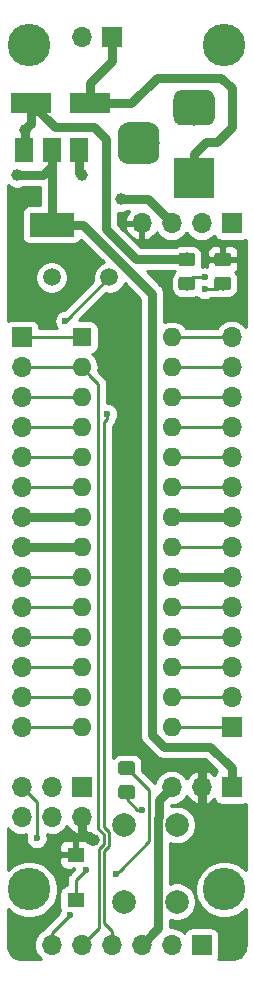
<source format=gbr>
G04 #@! TF.GenerationSoftware,KiCad,Pcbnew,(5.0.0)*
G04 #@! TF.CreationDate,2018-09-25T17:42:13-07:00*
G04 #@! TF.ProjectId,firefly,66697265666C792E6B696361645F7063,A*
G04 #@! TF.SameCoordinates,Original*
G04 #@! TF.FileFunction,Copper,L1,Top,Signal*
G04 #@! TF.FilePolarity,Positive*
%FSLAX46Y46*%
G04 Gerber Fmt 4.6, Leading zero omitted, Abs format (unit mm)*
G04 Created by KiCad (PCBNEW (5.0.0)) date 09/25/18 17:42:13*
%MOMM*%
%LPD*%
G01*
G04 APERTURE LIST*
G04 #@! TA.AperFunction,ComponentPad*
%ADD10C,3.600000*%
G04 #@! TD*
G04 #@! TA.AperFunction,ComponentPad*
%ADD11O,1.700000X1.700000*%
G04 #@! TD*
G04 #@! TA.AperFunction,ComponentPad*
%ADD12R,1.700000X1.700000*%
G04 #@! TD*
G04 #@! TA.AperFunction,ComponentPad*
%ADD13C,2.000000*%
G04 #@! TD*
G04 #@! TA.AperFunction,SMDPad,CuDef*
%ADD14R,1.470000X1.270000*%
G04 #@! TD*
G04 #@! TA.AperFunction,SMDPad,CuDef*
%ADD15R,1.500000X2.000000*%
G04 #@! TD*
G04 #@! TA.AperFunction,SMDPad,CuDef*
%ADD16R,3.800000X2.000000*%
G04 #@! TD*
G04 #@! TA.AperFunction,SMDPad,CuDef*
%ADD17R,3.500000X1.800000*%
G04 #@! TD*
G04 #@! TA.AperFunction,Conductor*
%ADD18C,0.100000*%
G04 #@! TD*
G04 #@! TA.AperFunction,SMDPad,CuDef*
%ADD19C,1.150000*%
G04 #@! TD*
G04 #@! TA.AperFunction,ComponentPad*
%ADD20C,3.500000*%
G04 #@! TD*
G04 #@! TA.AperFunction,ComponentPad*
%ADD21C,3.000000*%
G04 #@! TD*
G04 #@! TA.AperFunction,ComponentPad*
%ADD22R,3.500000X3.500000*%
G04 #@! TD*
G04 #@! TA.AperFunction,ComponentPad*
%ADD23O,1.600000X1.600000*%
G04 #@! TD*
G04 #@! TA.AperFunction,ComponentPad*
%ADD24R,1.600000X1.600000*%
G04 #@! TD*
G04 #@! TA.AperFunction,ComponentPad*
%ADD25C,1.500000*%
G04 #@! TD*
G04 #@! TA.AperFunction,ViaPad*
%ADD26C,1.000000*%
G04 #@! TD*
G04 #@! TA.AperFunction,ViaPad*
%ADD27C,0.600000*%
G04 #@! TD*
G04 #@! TA.AperFunction,Conductor*
%ADD28C,0.762000*%
G04 #@! TD*
G04 #@! TA.AperFunction,Conductor*
%ADD29C,0.254000*%
G04 #@! TD*
G04 APERTURE END LIST*
D10*
G04 #@! TO.P,REF\002A\002A,1*
G04 #@! TO.N,GND*
X159131000Y-66693000D03*
G04 #@! TD*
D11*
G04 #@! TO.P,J8,6*
G04 #@! TO.N,GND*
X141986000Y-132080000D03*
G04 #@! TO.P,J8,5*
G04 #@! TO.N,/P1*
X141986000Y-129540000D03*
G04 #@! TO.P,J8,4*
G04 #@! TO.N,/MOSI*
X144526000Y-132080000D03*
G04 #@! TO.P,J8,3*
G04 #@! TO.N,/P19*
X144526000Y-129540000D03*
G04 #@! TO.P,J8,2*
G04 #@! TO.N,+5V*
X147066000Y-132080000D03*
D12*
G04 #@! TO.P,J8,1*
G04 #@! TO.N,/MISO*
X147066000Y-129540000D03*
G04 #@! TD*
D10*
G04 #@! TO.P,REF\002A\002A,1*
G04 #@! TO.N,GND*
X142621000Y-66675000D03*
G04 #@! TD*
G04 #@! TO.P,REF\002A\002A,1*
G04 #@! TO.N,GND*
X159131000Y-138176000D03*
G04 #@! TD*
G04 #@! TO.P,REF\002A\002A,1*
G04 #@! TO.N,GND*
X142621000Y-138176000D03*
G04 #@! TD*
D13*
G04 #@! TO.P,SW1,2*
G04 #@! TO.N,Net-(R6-Pad2)*
X155122000Y-139215000D03*
G04 #@! TO.P,SW1,1*
G04 #@! TO.N,/P1*
X150622000Y-139215000D03*
G04 #@! TO.P,SW1,2*
G04 #@! TO.N,Net-(R6-Pad2)*
X155122000Y-132715000D03*
G04 #@! TO.P,SW1,1*
G04 #@! TO.N,/P1*
X150622000Y-132715000D03*
G04 #@! TD*
D11*
G04 #@! TO.P,J6,3*
G04 #@! TO.N,/USB_5V*
X154686000Y-129540000D03*
G04 #@! TO.P,J6,2*
G04 #@! TO.N,+5V*
X157226000Y-129540000D03*
D12*
G04 #@! TO.P,J6,1*
G04 #@! TO.N,/DC_5V*
X159766000Y-129540000D03*
G04 #@! TD*
D11*
G04 #@! TO.P,J5,4*
G04 #@! TO.N,+5V*
X152146000Y-81788000D03*
G04 #@! TO.P,J5,3*
G04 #@! TO.N,+3V3*
X154686000Y-81788000D03*
G04 #@! TO.P,J5,2*
G04 #@! TO.N,GND*
X157226000Y-81788000D03*
D12*
G04 #@! TO.P,J5,1*
X159766000Y-81788000D03*
G04 #@! TD*
D11*
G04 #@! TO.P,J7,6*
G04 #@! TO.N,/RTS#*
X144526000Y-142875000D03*
G04 #@! TO.P,J7,5*
G04 #@! TO.N,/P2*
X147066000Y-142875000D03*
G04 #@! TO.P,J7,4*
G04 #@! TO.N,/P3*
X149606000Y-142875000D03*
G04 #@! TO.P,J7,3*
G04 #@! TO.N,/USB_5V*
X152146000Y-142875000D03*
G04 #@! TO.P,J7,2*
G04 #@! TO.N,GND*
X154686000Y-142875000D03*
D12*
G04 #@! TO.P,J7,1*
X157226000Y-142875000D03*
G04 #@! TD*
D14*
G04 #@! TO.P,D2,1*
G04 #@! TO.N,+5V*
X146558000Y-135225000D03*
G04 #@! TO.P,D2,2*
G04 #@! TO.N,/P1*
X146558000Y-139095000D03*
G04 #@! TD*
D15*
G04 #@! TO.P,U1,1*
G04 #@! TO.N,GND*
X146826000Y-75590000D03*
G04 #@! TO.P,U1,3*
G04 #@! TO.N,VDD*
X142226000Y-75590000D03*
G04 #@! TO.P,U1,2*
G04 #@! TO.N,/DC_5V*
X144526000Y-75590000D03*
D16*
X144526000Y-81890000D03*
G04 #@! TD*
D17*
G04 #@! TO.P,D1,2*
G04 #@! TO.N,/VIN*
X147788000Y-71628000D03*
G04 #@! TO.P,D1,1*
G04 #@! TO.N,VDD*
X142788000Y-71628000D03*
G04 #@! TD*
D18*
G04 #@! TO.N,VDD*
G04 #@! TO.C,D3*
G36*
X156430505Y-84253204D02*
X156454773Y-84256804D01*
X156478572Y-84262765D01*
X156501671Y-84271030D01*
X156523850Y-84281520D01*
X156544893Y-84294132D01*
X156564599Y-84308747D01*
X156582777Y-84325223D01*
X156599253Y-84343401D01*
X156613868Y-84363107D01*
X156626480Y-84384150D01*
X156636970Y-84406329D01*
X156645235Y-84429428D01*
X156651196Y-84453227D01*
X156654796Y-84477495D01*
X156656000Y-84501999D01*
X156656000Y-85152001D01*
X156654796Y-85176505D01*
X156651196Y-85200773D01*
X156645235Y-85224572D01*
X156636970Y-85247671D01*
X156626480Y-85269850D01*
X156613868Y-85290893D01*
X156599253Y-85310599D01*
X156582777Y-85328777D01*
X156564599Y-85345253D01*
X156544893Y-85359868D01*
X156523850Y-85372480D01*
X156501671Y-85382970D01*
X156478572Y-85391235D01*
X156454773Y-85397196D01*
X156430505Y-85400796D01*
X156406001Y-85402000D01*
X155505999Y-85402000D01*
X155481495Y-85400796D01*
X155457227Y-85397196D01*
X155433428Y-85391235D01*
X155410329Y-85382970D01*
X155388150Y-85372480D01*
X155367107Y-85359868D01*
X155347401Y-85345253D01*
X155329223Y-85328777D01*
X155312747Y-85310599D01*
X155298132Y-85290893D01*
X155285520Y-85269850D01*
X155275030Y-85247671D01*
X155266765Y-85224572D01*
X155260804Y-85200773D01*
X155257204Y-85176505D01*
X155256000Y-85152001D01*
X155256000Y-84501999D01*
X155257204Y-84477495D01*
X155260804Y-84453227D01*
X155266765Y-84429428D01*
X155275030Y-84406329D01*
X155285520Y-84384150D01*
X155298132Y-84363107D01*
X155312747Y-84343401D01*
X155329223Y-84325223D01*
X155347401Y-84308747D01*
X155367107Y-84294132D01*
X155388150Y-84281520D01*
X155410329Y-84271030D01*
X155433428Y-84262765D01*
X155457227Y-84256804D01*
X155481495Y-84253204D01*
X155505999Y-84252000D01*
X156406001Y-84252000D01*
X156430505Y-84253204D01*
X156430505Y-84253204D01*
G37*
D19*
G04 #@! TD*
G04 #@! TO.P,D3,2*
G04 #@! TO.N,VDD*
X155956000Y-84827000D03*
D18*
G04 #@! TO.N,Net-(D3-Pad1)*
G04 #@! TO.C,D3*
G36*
X156430505Y-86303204D02*
X156454773Y-86306804D01*
X156478572Y-86312765D01*
X156501671Y-86321030D01*
X156523850Y-86331520D01*
X156544893Y-86344132D01*
X156564599Y-86358747D01*
X156582777Y-86375223D01*
X156599253Y-86393401D01*
X156613868Y-86413107D01*
X156626480Y-86434150D01*
X156636970Y-86456329D01*
X156645235Y-86479428D01*
X156651196Y-86503227D01*
X156654796Y-86527495D01*
X156656000Y-86551999D01*
X156656000Y-87202001D01*
X156654796Y-87226505D01*
X156651196Y-87250773D01*
X156645235Y-87274572D01*
X156636970Y-87297671D01*
X156626480Y-87319850D01*
X156613868Y-87340893D01*
X156599253Y-87360599D01*
X156582777Y-87378777D01*
X156564599Y-87395253D01*
X156544893Y-87409868D01*
X156523850Y-87422480D01*
X156501671Y-87432970D01*
X156478572Y-87441235D01*
X156454773Y-87447196D01*
X156430505Y-87450796D01*
X156406001Y-87452000D01*
X155505999Y-87452000D01*
X155481495Y-87450796D01*
X155457227Y-87447196D01*
X155433428Y-87441235D01*
X155410329Y-87432970D01*
X155388150Y-87422480D01*
X155367107Y-87409868D01*
X155347401Y-87395253D01*
X155329223Y-87378777D01*
X155312747Y-87360599D01*
X155298132Y-87340893D01*
X155285520Y-87319850D01*
X155275030Y-87297671D01*
X155266765Y-87274572D01*
X155260804Y-87250773D01*
X155257204Y-87226505D01*
X155256000Y-87202001D01*
X155256000Y-86551999D01*
X155257204Y-86527495D01*
X155260804Y-86503227D01*
X155266765Y-86479428D01*
X155275030Y-86456329D01*
X155285520Y-86434150D01*
X155298132Y-86413107D01*
X155312747Y-86393401D01*
X155329223Y-86375223D01*
X155347401Y-86358747D01*
X155367107Y-86344132D01*
X155388150Y-86331520D01*
X155410329Y-86321030D01*
X155433428Y-86312765D01*
X155457227Y-86306804D01*
X155481495Y-86303204D01*
X155505999Y-86302000D01*
X156406001Y-86302000D01*
X156430505Y-86303204D01*
X156430505Y-86303204D01*
G37*
D19*
G04 #@! TD*
G04 #@! TO.P,D3,1*
G04 #@! TO.N,Net-(D3-Pad1)*
X155956000Y-86877000D03*
D18*
G04 #@! TO.N,Net-(D4-Pad1)*
G04 #@! TO.C,D4*
G36*
X159478505Y-86303204D02*
X159502773Y-86306804D01*
X159526572Y-86312765D01*
X159549671Y-86321030D01*
X159571850Y-86331520D01*
X159592893Y-86344132D01*
X159612599Y-86358747D01*
X159630777Y-86375223D01*
X159647253Y-86393401D01*
X159661868Y-86413107D01*
X159674480Y-86434150D01*
X159684970Y-86456329D01*
X159693235Y-86479428D01*
X159699196Y-86503227D01*
X159702796Y-86527495D01*
X159704000Y-86551999D01*
X159704000Y-87202001D01*
X159702796Y-87226505D01*
X159699196Y-87250773D01*
X159693235Y-87274572D01*
X159684970Y-87297671D01*
X159674480Y-87319850D01*
X159661868Y-87340893D01*
X159647253Y-87360599D01*
X159630777Y-87378777D01*
X159612599Y-87395253D01*
X159592893Y-87409868D01*
X159571850Y-87422480D01*
X159549671Y-87432970D01*
X159526572Y-87441235D01*
X159502773Y-87447196D01*
X159478505Y-87450796D01*
X159454001Y-87452000D01*
X158553999Y-87452000D01*
X158529495Y-87450796D01*
X158505227Y-87447196D01*
X158481428Y-87441235D01*
X158458329Y-87432970D01*
X158436150Y-87422480D01*
X158415107Y-87409868D01*
X158395401Y-87395253D01*
X158377223Y-87378777D01*
X158360747Y-87360599D01*
X158346132Y-87340893D01*
X158333520Y-87319850D01*
X158323030Y-87297671D01*
X158314765Y-87274572D01*
X158308804Y-87250773D01*
X158305204Y-87226505D01*
X158304000Y-87202001D01*
X158304000Y-86551999D01*
X158305204Y-86527495D01*
X158308804Y-86503227D01*
X158314765Y-86479428D01*
X158323030Y-86456329D01*
X158333520Y-86434150D01*
X158346132Y-86413107D01*
X158360747Y-86393401D01*
X158377223Y-86375223D01*
X158395401Y-86358747D01*
X158415107Y-86344132D01*
X158436150Y-86331520D01*
X158458329Y-86321030D01*
X158481428Y-86312765D01*
X158505227Y-86306804D01*
X158529495Y-86303204D01*
X158553999Y-86302000D01*
X159454001Y-86302000D01*
X159478505Y-86303204D01*
X159478505Y-86303204D01*
G37*
D19*
G04 #@! TD*
G04 #@! TO.P,D4,1*
G04 #@! TO.N,Net-(D4-Pad1)*
X159004000Y-86877000D03*
D18*
G04 #@! TO.N,+5V*
G04 #@! TO.C,D4*
G36*
X159478505Y-84253204D02*
X159502773Y-84256804D01*
X159526572Y-84262765D01*
X159549671Y-84271030D01*
X159571850Y-84281520D01*
X159592893Y-84294132D01*
X159612599Y-84308747D01*
X159630777Y-84325223D01*
X159647253Y-84343401D01*
X159661868Y-84363107D01*
X159674480Y-84384150D01*
X159684970Y-84406329D01*
X159693235Y-84429428D01*
X159699196Y-84453227D01*
X159702796Y-84477495D01*
X159704000Y-84501999D01*
X159704000Y-85152001D01*
X159702796Y-85176505D01*
X159699196Y-85200773D01*
X159693235Y-85224572D01*
X159684970Y-85247671D01*
X159674480Y-85269850D01*
X159661868Y-85290893D01*
X159647253Y-85310599D01*
X159630777Y-85328777D01*
X159612599Y-85345253D01*
X159592893Y-85359868D01*
X159571850Y-85372480D01*
X159549671Y-85382970D01*
X159526572Y-85391235D01*
X159502773Y-85397196D01*
X159478505Y-85400796D01*
X159454001Y-85402000D01*
X158553999Y-85402000D01*
X158529495Y-85400796D01*
X158505227Y-85397196D01*
X158481428Y-85391235D01*
X158458329Y-85382970D01*
X158436150Y-85372480D01*
X158415107Y-85359868D01*
X158395401Y-85345253D01*
X158377223Y-85328777D01*
X158360747Y-85310599D01*
X158346132Y-85290893D01*
X158333520Y-85269850D01*
X158323030Y-85247671D01*
X158314765Y-85224572D01*
X158308804Y-85200773D01*
X158305204Y-85176505D01*
X158304000Y-85152001D01*
X158304000Y-84501999D01*
X158305204Y-84477495D01*
X158308804Y-84453227D01*
X158314765Y-84429428D01*
X158323030Y-84406329D01*
X158333520Y-84384150D01*
X158346132Y-84363107D01*
X158360747Y-84343401D01*
X158377223Y-84325223D01*
X158395401Y-84308747D01*
X158415107Y-84294132D01*
X158436150Y-84281520D01*
X158458329Y-84271030D01*
X158481428Y-84262765D01*
X158505227Y-84256804D01*
X158529495Y-84253204D01*
X158553999Y-84252000D01*
X159454001Y-84252000D01*
X159478505Y-84253204D01*
X159478505Y-84253204D01*
G37*
D19*
G04 #@! TD*
G04 #@! TO.P,D4,2*
G04 #@! TO.N,+5V*
X159004000Y-84827000D03*
D18*
G04 #@! TO.N,Net-(D5-Pad2)*
G04 #@! TO.C,D5*
G36*
X151350505Y-127306204D02*
X151374773Y-127309804D01*
X151398572Y-127315765D01*
X151421671Y-127324030D01*
X151443850Y-127334520D01*
X151464893Y-127347132D01*
X151484599Y-127361747D01*
X151502777Y-127378223D01*
X151519253Y-127396401D01*
X151533868Y-127416107D01*
X151546480Y-127437150D01*
X151556970Y-127459329D01*
X151565235Y-127482428D01*
X151571196Y-127506227D01*
X151574796Y-127530495D01*
X151576000Y-127554999D01*
X151576000Y-128205001D01*
X151574796Y-128229505D01*
X151571196Y-128253773D01*
X151565235Y-128277572D01*
X151556970Y-128300671D01*
X151546480Y-128322850D01*
X151533868Y-128343893D01*
X151519253Y-128363599D01*
X151502777Y-128381777D01*
X151484599Y-128398253D01*
X151464893Y-128412868D01*
X151443850Y-128425480D01*
X151421671Y-128435970D01*
X151398572Y-128444235D01*
X151374773Y-128450196D01*
X151350505Y-128453796D01*
X151326001Y-128455000D01*
X150425999Y-128455000D01*
X150401495Y-128453796D01*
X150377227Y-128450196D01*
X150353428Y-128444235D01*
X150330329Y-128435970D01*
X150308150Y-128425480D01*
X150287107Y-128412868D01*
X150267401Y-128398253D01*
X150249223Y-128381777D01*
X150232747Y-128363599D01*
X150218132Y-128343893D01*
X150205520Y-128322850D01*
X150195030Y-128300671D01*
X150186765Y-128277572D01*
X150180804Y-128253773D01*
X150177204Y-128229505D01*
X150176000Y-128205001D01*
X150176000Y-127554999D01*
X150177204Y-127530495D01*
X150180804Y-127506227D01*
X150186765Y-127482428D01*
X150195030Y-127459329D01*
X150205520Y-127437150D01*
X150218132Y-127416107D01*
X150232747Y-127396401D01*
X150249223Y-127378223D01*
X150267401Y-127361747D01*
X150287107Y-127347132D01*
X150308150Y-127334520D01*
X150330329Y-127324030D01*
X150353428Y-127315765D01*
X150377227Y-127309804D01*
X150401495Y-127306204D01*
X150425999Y-127305000D01*
X151326001Y-127305000D01*
X151350505Y-127306204D01*
X151350505Y-127306204D01*
G37*
D19*
G04 #@! TD*
G04 #@! TO.P,D5,2*
G04 #@! TO.N,Net-(D5-Pad2)*
X150876000Y-127880000D03*
D18*
G04 #@! TO.N,Net-(D5-Pad1)*
G04 #@! TO.C,D5*
G36*
X151350505Y-129356204D02*
X151374773Y-129359804D01*
X151398572Y-129365765D01*
X151421671Y-129374030D01*
X151443850Y-129384520D01*
X151464893Y-129397132D01*
X151484599Y-129411747D01*
X151502777Y-129428223D01*
X151519253Y-129446401D01*
X151533868Y-129466107D01*
X151546480Y-129487150D01*
X151556970Y-129509329D01*
X151565235Y-129532428D01*
X151571196Y-129556227D01*
X151574796Y-129580495D01*
X151576000Y-129604999D01*
X151576000Y-130255001D01*
X151574796Y-130279505D01*
X151571196Y-130303773D01*
X151565235Y-130327572D01*
X151556970Y-130350671D01*
X151546480Y-130372850D01*
X151533868Y-130393893D01*
X151519253Y-130413599D01*
X151502777Y-130431777D01*
X151484599Y-130448253D01*
X151464893Y-130462868D01*
X151443850Y-130475480D01*
X151421671Y-130485970D01*
X151398572Y-130494235D01*
X151374773Y-130500196D01*
X151350505Y-130503796D01*
X151326001Y-130505000D01*
X150425999Y-130505000D01*
X150401495Y-130503796D01*
X150377227Y-130500196D01*
X150353428Y-130494235D01*
X150330329Y-130485970D01*
X150308150Y-130475480D01*
X150287107Y-130462868D01*
X150267401Y-130448253D01*
X150249223Y-130431777D01*
X150232747Y-130413599D01*
X150218132Y-130393893D01*
X150205520Y-130372850D01*
X150195030Y-130350671D01*
X150186765Y-130327572D01*
X150180804Y-130303773D01*
X150177204Y-130279505D01*
X150176000Y-130255001D01*
X150176000Y-129604999D01*
X150177204Y-129580495D01*
X150180804Y-129556227D01*
X150186765Y-129532428D01*
X150195030Y-129509329D01*
X150205520Y-129487150D01*
X150218132Y-129466107D01*
X150232747Y-129446401D01*
X150249223Y-129428223D01*
X150267401Y-129411747D01*
X150287107Y-129397132D01*
X150308150Y-129384520D01*
X150330329Y-129374030D01*
X150353428Y-129365765D01*
X150377227Y-129359804D01*
X150401495Y-129356204D01*
X150425999Y-129355000D01*
X151326001Y-129355000D01*
X151350505Y-129356204D01*
X151350505Y-129356204D01*
G37*
D19*
G04 #@! TD*
G04 #@! TO.P,D5,1*
G04 #@! TO.N,Net-(D5-Pad1)*
X150876000Y-129930000D03*
D18*
G04 #@! TO.N,N/C*
G04 #@! TO.C,J1*
G36*
X152851765Y-73232213D02*
X152936704Y-73244813D01*
X153019999Y-73265677D01*
X153100848Y-73294605D01*
X153178472Y-73331319D01*
X153252124Y-73375464D01*
X153321094Y-73426616D01*
X153384718Y-73484282D01*
X153442384Y-73547906D01*
X153493536Y-73616876D01*
X153537681Y-73690528D01*
X153574395Y-73768152D01*
X153603323Y-73849001D01*
X153624187Y-73932296D01*
X153636787Y-74017235D01*
X153641000Y-74103000D01*
X153641000Y-75853000D01*
X153636787Y-75938765D01*
X153624187Y-76023704D01*
X153603323Y-76106999D01*
X153574395Y-76187848D01*
X153537681Y-76265472D01*
X153493536Y-76339124D01*
X153442384Y-76408094D01*
X153384718Y-76471718D01*
X153321094Y-76529384D01*
X153252124Y-76580536D01*
X153178472Y-76624681D01*
X153100848Y-76661395D01*
X153019999Y-76690323D01*
X152936704Y-76711187D01*
X152851765Y-76723787D01*
X152766000Y-76728000D01*
X151016000Y-76728000D01*
X150930235Y-76723787D01*
X150845296Y-76711187D01*
X150762001Y-76690323D01*
X150681152Y-76661395D01*
X150603528Y-76624681D01*
X150529876Y-76580536D01*
X150460906Y-76529384D01*
X150397282Y-76471718D01*
X150339616Y-76408094D01*
X150288464Y-76339124D01*
X150244319Y-76265472D01*
X150207605Y-76187848D01*
X150178677Y-76106999D01*
X150157813Y-76023704D01*
X150145213Y-75938765D01*
X150141000Y-75853000D01*
X150141000Y-74103000D01*
X150145213Y-74017235D01*
X150157813Y-73932296D01*
X150178677Y-73849001D01*
X150207605Y-73768152D01*
X150244319Y-73690528D01*
X150288464Y-73616876D01*
X150339616Y-73547906D01*
X150397282Y-73484282D01*
X150460906Y-73426616D01*
X150529876Y-73375464D01*
X150603528Y-73331319D01*
X150681152Y-73294605D01*
X150762001Y-73265677D01*
X150845296Y-73244813D01*
X150930235Y-73232213D01*
X151016000Y-73228000D01*
X152766000Y-73228000D01*
X152851765Y-73232213D01*
X152851765Y-73232213D01*
G37*
D20*
G04 #@! TD*
G04 #@! TO.P,J1,3*
G04 #@! TO.N,N/C*
X151891000Y-74978000D03*
D18*
G04 #@! TO.N,GND*
G04 #@! TO.C,J1*
G36*
X157664513Y-70481611D02*
X157737318Y-70492411D01*
X157808714Y-70510295D01*
X157878013Y-70535090D01*
X157944548Y-70566559D01*
X158007678Y-70604398D01*
X158066795Y-70648242D01*
X158121330Y-70697670D01*
X158170758Y-70752205D01*
X158214602Y-70811322D01*
X158252441Y-70874452D01*
X158283910Y-70940987D01*
X158308705Y-71010286D01*
X158326589Y-71081682D01*
X158337389Y-71154487D01*
X158341000Y-71228000D01*
X158341000Y-72728000D01*
X158337389Y-72801513D01*
X158326589Y-72874318D01*
X158308705Y-72945714D01*
X158283910Y-73015013D01*
X158252441Y-73081548D01*
X158214602Y-73144678D01*
X158170758Y-73203795D01*
X158121330Y-73258330D01*
X158066795Y-73307758D01*
X158007678Y-73351602D01*
X157944548Y-73389441D01*
X157878013Y-73420910D01*
X157808714Y-73445705D01*
X157737318Y-73463589D01*
X157664513Y-73474389D01*
X157591000Y-73478000D01*
X155591000Y-73478000D01*
X155517487Y-73474389D01*
X155444682Y-73463589D01*
X155373286Y-73445705D01*
X155303987Y-73420910D01*
X155237452Y-73389441D01*
X155174322Y-73351602D01*
X155115205Y-73307758D01*
X155060670Y-73258330D01*
X155011242Y-73203795D01*
X154967398Y-73144678D01*
X154929559Y-73081548D01*
X154898090Y-73015013D01*
X154873295Y-72945714D01*
X154855411Y-72874318D01*
X154844611Y-72801513D01*
X154841000Y-72728000D01*
X154841000Y-71228000D01*
X154844611Y-71154487D01*
X154855411Y-71081682D01*
X154873295Y-71010286D01*
X154898090Y-70940987D01*
X154929559Y-70874452D01*
X154967398Y-70811322D01*
X155011242Y-70752205D01*
X155060670Y-70697670D01*
X155115205Y-70648242D01*
X155174322Y-70604398D01*
X155237452Y-70566559D01*
X155303987Y-70535090D01*
X155373286Y-70510295D01*
X155444682Y-70492411D01*
X155517487Y-70481611D01*
X155591000Y-70478000D01*
X157591000Y-70478000D01*
X157664513Y-70481611D01*
X157664513Y-70481611D01*
G37*
D21*
G04 #@! TD*
G04 #@! TO.P,J1,2*
G04 #@! TO.N,GND*
X156591000Y-71978000D03*
D22*
G04 #@! TO.P,J1,1*
G04 #@! TO.N,/VIN*
X156591000Y-77978000D03*
G04 #@! TD*
D12*
G04 #@! TO.P,J2,1*
G04 #@! TO.N,/P1*
X141986000Y-91440000D03*
D11*
G04 #@! TO.P,J2,2*
G04 #@! TO.N,/P2*
X141986000Y-93980000D03*
G04 #@! TO.P,J2,3*
G04 #@! TO.N,/P3*
X141986000Y-96520000D03*
G04 #@! TO.P,J2,4*
G04 #@! TO.N,/P4*
X141986000Y-99060000D03*
G04 #@! TO.P,J2,5*
G04 #@! TO.N,/P5*
X141986000Y-101600000D03*
G04 #@! TO.P,J2,6*
G04 #@! TO.N,/P6*
X141986000Y-104140000D03*
G04 #@! TO.P,J2,7*
G04 #@! TO.N,/P20*
X141986000Y-106680000D03*
G04 #@! TO.P,J2,8*
G04 #@! TO.N,GND*
X141986000Y-109220000D03*
G04 #@! TO.P,J2,9*
G04 #@! TO.N,/OSC1*
X141986000Y-111760000D03*
G04 #@! TO.P,J2,10*
G04 #@! TO.N,/OSC2*
X141986000Y-114300000D03*
G04 #@! TO.P,J2,11*
G04 #@! TO.N,/P11*
X141986000Y-116840000D03*
G04 #@! TO.P,J2,12*
G04 #@! TO.N,/P12*
X141986000Y-119380000D03*
G04 #@! TO.P,J2,13*
G04 #@! TO.N,/P13*
X141986000Y-121920000D03*
G04 #@! TO.P,J2,14*
G04 #@! TO.N,/P14*
X141986000Y-124460000D03*
G04 #@! TD*
G04 #@! TO.P,J3,14*
G04 #@! TO.N,/P28*
X159766000Y-91440000D03*
G04 #@! TO.P,J3,13*
G04 #@! TO.N,/P27*
X159766000Y-93980000D03*
G04 #@! TO.P,J3,12*
G04 #@! TO.N,/P26*
X159766000Y-96520000D03*
G04 #@! TO.P,J3,11*
G04 #@! TO.N,/P25*
X159766000Y-99060000D03*
G04 #@! TO.P,J3,10*
G04 #@! TO.N,/P24*
X159766000Y-101600000D03*
G04 #@! TO.P,J3,9*
G04 #@! TO.N,/P23*
X159766000Y-104140000D03*
G04 #@! TO.P,J3,8*
G04 #@! TO.N,GND*
X159766000Y-106680000D03*
G04 #@! TO.P,J3,7*
G04 #@! TO.N,/P21*
X159766000Y-109220000D03*
G04 #@! TO.P,J3,6*
G04 #@! TO.N,/P20*
X159766000Y-111760000D03*
G04 #@! TO.P,J3,5*
G04 #@! TO.N,/P19*
X159766000Y-114300000D03*
G04 #@! TO.P,J3,4*
G04 #@! TO.N,/MISO*
X159766000Y-116840000D03*
G04 #@! TO.P,J3,3*
G04 #@! TO.N,/MOSI*
X159766000Y-119380000D03*
G04 #@! TO.P,J3,2*
G04 #@! TO.N,/P16*
X159766000Y-121920000D03*
D12*
G04 #@! TO.P,J3,1*
G04 #@! TO.N,/P15*
X159766000Y-124460000D03*
G04 #@! TD*
D11*
G04 #@! TO.P,J4,2*
G04 #@! TO.N,GND*
X147066000Y-66040000D03*
D12*
G04 #@! TO.P,J4,1*
G04 #@! TO.N,/VIN*
X149606000Y-66040000D03*
G04 #@! TD*
D23*
G04 #@! TO.P,U2,28*
G04 #@! TO.N,/P28*
X154686000Y-91440000D03*
G04 #@! TO.P,U2,14*
G04 #@! TO.N,/P14*
X147066000Y-124460000D03*
G04 #@! TO.P,U2,27*
G04 #@! TO.N,/P27*
X154686000Y-93980000D03*
G04 #@! TO.P,U2,13*
G04 #@! TO.N,/P13*
X147066000Y-121920000D03*
G04 #@! TO.P,U2,26*
G04 #@! TO.N,/P26*
X154686000Y-96520000D03*
G04 #@! TO.P,U2,12*
G04 #@! TO.N,/P12*
X147066000Y-119380000D03*
G04 #@! TO.P,U2,25*
G04 #@! TO.N,/P25*
X154686000Y-99060000D03*
G04 #@! TO.P,U2,11*
G04 #@! TO.N,/P11*
X147066000Y-116840000D03*
G04 #@! TO.P,U2,24*
G04 #@! TO.N,/P24*
X154686000Y-101600000D03*
G04 #@! TO.P,U2,10*
G04 #@! TO.N,/OSC2*
X147066000Y-114300000D03*
G04 #@! TO.P,U2,23*
G04 #@! TO.N,/P23*
X154686000Y-104140000D03*
G04 #@! TO.P,U2,9*
G04 #@! TO.N,/OSC1*
X147066000Y-111760000D03*
G04 #@! TO.P,U2,22*
G04 #@! TO.N,GND*
X154686000Y-106680000D03*
G04 #@! TO.P,U2,8*
X147066000Y-109220000D03*
G04 #@! TO.P,U2,21*
G04 #@! TO.N,/P21*
X154686000Y-109220000D03*
G04 #@! TO.P,U2,7*
G04 #@! TO.N,/P20*
X147066000Y-106680000D03*
G04 #@! TO.P,U2,20*
X154686000Y-111760000D03*
G04 #@! TO.P,U2,6*
G04 #@! TO.N,/P6*
X147066000Y-104140000D03*
G04 #@! TO.P,U2,19*
G04 #@! TO.N,/P19*
X154686000Y-114300000D03*
G04 #@! TO.P,U2,5*
G04 #@! TO.N,/P5*
X147066000Y-101600000D03*
G04 #@! TO.P,U2,18*
G04 #@! TO.N,/MISO*
X154686000Y-116840000D03*
G04 #@! TO.P,U2,4*
G04 #@! TO.N,/P4*
X147066000Y-99060000D03*
G04 #@! TO.P,U2,17*
G04 #@! TO.N,/MOSI*
X154686000Y-119380000D03*
G04 #@! TO.P,U2,3*
G04 #@! TO.N,/P3*
X147066000Y-96520000D03*
G04 #@! TO.P,U2,16*
G04 #@! TO.N,/P16*
X154686000Y-121920000D03*
G04 #@! TO.P,U2,2*
G04 #@! TO.N,/P2*
X147066000Y-93980000D03*
G04 #@! TO.P,U2,15*
G04 #@! TO.N,/P15*
X154686000Y-124460000D03*
D24*
G04 #@! TO.P,U2,1*
G04 #@! TO.N,/P1*
X147066000Y-91440000D03*
G04 #@! TD*
D25*
G04 #@! TO.P,Y1,2*
G04 #@! TO.N,/OSC2*
X149406000Y-86360000D03*
G04 #@! TO.P,Y1,1*
G04 #@! TO.N,/OSC1*
X144526000Y-86360000D03*
G04 #@! TD*
D26*
G04 #@! TO.N,GND*
X147066000Y-77724000D03*
D27*
G04 #@! TO.N,/OSC2*
X145668996Y-90043000D03*
G04 #@! TO.N,/P1*
X147447000Y-136524978D03*
X143256000Y-133858000D03*
G04 #@! TO.N,/RTS#*
X146050000Y-140335000D03*
G04 #@! TO.N,/P3*
X149225000Y-97917000D03*
D26*
G04 #@! TO.N,+5V*
X151384000Y-119380000D03*
X141478000Y-79946500D03*
X150876002Y-90170000D03*
X141478002Y-83947000D03*
X148073000Y-134003001D03*
G04 #@! TO.N,VDD*
X142231000Y-73906600D03*
G04 #@! TO.N,+3V3*
X150368000Y-79756000D03*
D27*
G04 #@! TO.N,Net-(D3-Pad1)*
X157480000Y-86360000D03*
G04 #@! TO.N,Net-(D4-Pad1)*
X157480000Y-87376000D03*
G04 #@! TO.N,Net-(D5-Pad2)*
X149987000Y-136906000D03*
G04 #@! TO.N,Net-(D5-Pad1)*
X152153990Y-131435527D03*
D26*
G04 #@! TO.N,/DC_5V*
X141605000Y-77724000D03*
G04 #@! TD*
D28*
G04 #@! TO.N,GND*
X146826000Y-75590000D02*
X146826000Y-77484000D01*
X146826000Y-77484000D02*
X147066000Y-77724000D01*
X141986000Y-109220000D02*
X147066000Y-109220000D01*
X154686000Y-106680000D02*
X159766000Y-106680000D01*
D29*
G04 #@! TO.N,/OSC1*
X143188081Y-111760000D02*
X147066000Y-111760000D01*
X141986000Y-111760000D02*
X143188081Y-111760000D01*
G04 #@! TO.N,/OSC2*
X141986000Y-114300000D02*
X147066000Y-114300000D01*
X145723000Y-90043000D02*
X145668996Y-90043000D01*
X149406000Y-86360000D02*
X145723000Y-90043000D01*
G04 #@! TO.N,/P1*
X141986000Y-91440000D02*
X143090000Y-91440000D01*
X143090000Y-91440000D02*
X147066000Y-91440000D01*
X150368000Y-138811000D02*
X150622000Y-139065000D01*
X146558000Y-138430000D02*
X146558000Y-138587000D01*
X146558000Y-138430000D02*
X146558000Y-139095000D01*
X146678000Y-139215000D02*
X146558000Y-139095000D01*
X141986000Y-129540000D02*
X143256000Y-130810000D01*
X143256000Y-130810000D02*
X143256000Y-133858000D01*
X147147001Y-136824977D02*
X147447000Y-136524978D01*
X146558000Y-138430000D02*
X146558000Y-137413978D01*
X146558000Y-137413978D02*
X147147001Y-136824977D01*
G04 #@! TO.N,/RTS#*
X144526000Y-141859000D02*
X144526000Y-142875000D01*
X146050000Y-140335000D02*
X144526000Y-141859000D01*
G04 #@! TO.N,/P2*
X141986000Y-93980000D02*
X147066000Y-93980000D01*
X147865999Y-94779999D02*
X147066000Y-93980000D01*
X148463000Y-95377000D02*
X147865999Y-94779999D01*
X148525404Y-141415596D02*
X148525405Y-134756089D01*
X147066000Y-142875000D02*
X148525404Y-141415596D01*
X148525405Y-134756089D02*
X148958223Y-134323271D01*
X148958223Y-134323271D02*
X148958223Y-133518589D01*
X148958223Y-133518589D02*
X148463000Y-133023366D01*
X148463000Y-133023366D02*
X148463000Y-95377000D01*
G04 #@! TO.N,/P3*
X141986000Y-96520000D02*
X147066000Y-96520000D01*
X149225000Y-98341264D02*
X149225000Y-97917000D01*
X148971000Y-98595264D02*
X149225000Y-98341264D01*
X148971000Y-132889298D02*
X148971000Y-98595264D01*
X149606000Y-141672919D02*
X148979415Y-141046334D01*
X148979415Y-141046334D02*
X148979415Y-134944147D01*
X149606000Y-142875000D02*
X149606000Y-141672919D01*
X148979415Y-134944147D02*
X149412233Y-134511329D01*
X149412233Y-134511329D02*
X149412233Y-133330531D01*
X149412233Y-133330531D02*
X148971000Y-132889298D01*
G04 #@! TO.N,/P4*
X141986000Y-99060000D02*
X147066000Y-99060000D01*
G04 #@! TO.N,/P5*
X141986000Y-101600000D02*
X147066000Y-101600000D01*
G04 #@! TO.N,/P6*
X141986000Y-104140000D02*
X147066000Y-104140000D01*
D28*
G04 #@! TO.N,+5V*
X157226000Y-129540000D02*
X157226000Y-127762000D01*
X157226000Y-129540000D02*
X157226000Y-131064000D01*
X147066000Y-133282081D02*
X147786920Y-134003001D01*
X147066000Y-132080000D02*
X147066000Y-133282081D01*
X147786920Y-134003001D02*
X148073000Y-134003001D01*
D29*
G04 #@! TO.N,/P11*
X141986000Y-116840000D02*
X147066000Y-116840000D01*
G04 #@! TO.N,/P12*
X141986000Y-119380000D02*
X143002000Y-119380000D01*
X143002000Y-119380000D02*
X147066000Y-119380000D01*
G04 #@! TO.N,/P13*
X141986000Y-121920000D02*
X147066000Y-121920000D01*
G04 #@! TO.N,/P14*
X143188081Y-124460000D02*
X147066000Y-124460000D01*
X141986000Y-124460000D02*
X143188081Y-124460000D01*
G04 #@! TO.N,/P15*
X154686000Y-124460000D02*
X159766000Y-124460000D01*
G04 #@! TO.N,/P16*
X155817370Y-121920000D02*
X159766000Y-121920000D01*
X154686000Y-121920000D02*
X155817370Y-121920000D01*
G04 #@! TO.N,/P19*
X154686000Y-114300000D02*
X159766000Y-114300000D01*
D28*
G04 #@! TO.N,/P20*
X141986000Y-106680000D02*
X147066000Y-106680000D01*
X154686000Y-111760000D02*
X159766000Y-111760000D01*
D29*
G04 #@! TO.N,/P23*
X155817370Y-104140000D02*
X159766000Y-104140000D01*
X154686000Y-104140000D02*
X155817370Y-104140000D01*
G04 #@! TO.N,/P24*
X154686000Y-101600000D02*
X159766000Y-101600000D01*
G04 #@! TO.N,/P25*
X155817370Y-99060000D02*
X159766000Y-99060000D01*
X154686000Y-99060000D02*
X155817370Y-99060000D01*
G04 #@! TO.N,/P26*
X155817370Y-96520000D02*
X159766000Y-96520000D01*
X154686000Y-96520000D02*
X155817370Y-96520000D01*
G04 #@! TO.N,/P27*
X154686000Y-93980000D02*
X159766000Y-93980000D01*
G04 #@! TO.N,/P28*
X159766000Y-91440000D02*
X154686000Y-91440000D01*
D28*
G04 #@! TO.N,VDD*
X143042000Y-71414000D02*
X143042000Y-71120000D01*
X142788000Y-71668000D02*
X142788000Y-71628000D01*
X151629000Y-84827000D02*
X149098000Y-82296000D01*
X155956000Y-84827000D02*
X151629000Y-84827000D01*
X149098000Y-82296000D02*
X149098000Y-74676000D01*
X149098000Y-74676000D02*
X148082000Y-73660000D01*
X148082000Y-73660000D02*
X144780000Y-73660000D01*
X144780000Y-73660000D02*
X142788000Y-71668000D01*
X142226000Y-75590000D02*
X142231000Y-75585000D01*
X142788000Y-71628000D02*
X142788000Y-73349600D01*
X142788000Y-73349600D02*
X142730999Y-73406601D01*
X142231000Y-74613706D02*
X142231000Y-73906600D01*
X142730999Y-73406601D02*
X142231000Y-73906600D01*
X142231000Y-75585000D02*
X142231000Y-74613706D01*
G04 #@! TO.N,+3V3*
X154686000Y-81788000D02*
X152654000Y-79756000D01*
X152654000Y-79756000D02*
X151075106Y-79756000D01*
X151075106Y-79756000D02*
X150368000Y-79756000D01*
D29*
G04 #@! TO.N,Net-(D3-Pad1)*
X156473000Y-86360000D02*
X155956000Y-86877000D01*
X157480000Y-86360000D02*
X156473000Y-86360000D01*
G04 #@! TO.N,Net-(D4-Pad1)*
X158505000Y-87376000D02*
X159004000Y-86877000D01*
X157480000Y-87376000D02*
X158505000Y-87376000D01*
G04 #@! TO.N,/MOSI*
X154686000Y-119380000D02*
X159766000Y-119380000D01*
G04 #@! TO.N,/MISO*
X155817370Y-116840000D02*
X159766000Y-116840000D01*
X154686000Y-116840000D02*
X155817370Y-116840000D01*
G04 #@! TO.N,/P21*
X154686000Y-109220000D02*
X159766000Y-109220000D01*
G04 #@! TO.N,Net-(D5-Pad2)*
X152781000Y-134112000D02*
X150286999Y-136606001D01*
X150876000Y-127880000D02*
X152781000Y-129785000D01*
X150286999Y-136606001D02*
X149987000Y-136906000D01*
X152781000Y-129785000D02*
X152781000Y-134112000D01*
G04 #@! TO.N,Net-(D5-Pad1)*
X151755527Y-131435527D02*
X152153990Y-131435527D01*
X150876000Y-129930000D02*
X150876000Y-130556000D01*
X150876000Y-130556000D02*
X151755527Y-131435527D01*
D28*
G04 #@! TO.N,/DC_5V*
X147188000Y-81890000D02*
X144526000Y-81890000D01*
X159766000Y-129540000D02*
X159766000Y-127928000D01*
X159766000Y-127928000D02*
X157949000Y-126111000D01*
X157949000Y-126111000D02*
X154051000Y-126111000D01*
X154051000Y-126111000D02*
X153035000Y-125095000D01*
X153035000Y-125095000D02*
X153035000Y-87737000D01*
X153035000Y-87737000D02*
X147188000Y-81890000D01*
X144526000Y-76962000D02*
X144526000Y-75590000D01*
X141605000Y-77724000D02*
X143764000Y-77724000D01*
X143764000Y-77724000D02*
X144526000Y-76962000D01*
X144526000Y-76962000D02*
X144526000Y-81890000D01*
G04 #@! TO.N,/USB_5V*
X152146000Y-142875000D02*
X153540999Y-141480001D01*
X153540999Y-141480001D02*
X153540999Y-132106243D01*
X153540999Y-132106243D02*
X153608012Y-132039230D01*
X153836001Y-130389999D02*
X154686000Y-129540000D01*
X153608012Y-130617988D02*
X153836001Y-130389999D01*
X153608012Y-132039230D02*
X153608012Y-130617988D01*
G04 #@! TO.N,/VIN*
X149606000Y-66040000D02*
X149606000Y-68072000D01*
X147788000Y-69890000D02*
X147788000Y-71628000D01*
X149606000Y-68072000D02*
X147788000Y-69890000D01*
X151257000Y-71628000D02*
X147788000Y-71628000D01*
X153416000Y-69469000D02*
X151257000Y-71628000D01*
X158877000Y-69469000D02*
X153416000Y-69469000D01*
X157607000Y-74930000D02*
X158496000Y-74930000D01*
X158496000Y-74930000D02*
X159766000Y-73660000D01*
X156591000Y-75946000D02*
X157607000Y-74930000D01*
X159766000Y-73660000D02*
X159766000Y-70358000D01*
X156591000Y-77978000D02*
X156591000Y-75946000D01*
X159766000Y-70358000D02*
X158877000Y-69469000D01*
G04 #@! TD*
D29*
G04 #@! TO.N,+5V*
G36*
X152019001Y-88157842D02*
X152019000Y-125045098D01*
X152014085Y-125095000D01*
X152019000Y-125144901D01*
X152033702Y-125294170D01*
X152091798Y-125485686D01*
X152186140Y-125662190D01*
X152313104Y-125816896D01*
X152351872Y-125848712D01*
X153297292Y-126794133D01*
X153329104Y-126832896D01*
X153483810Y-126959860D01*
X153660313Y-127054202D01*
X153851829Y-127112298D01*
X154051000Y-127131915D01*
X154100902Y-127127000D01*
X157528160Y-127127000D01*
X158561021Y-128159861D01*
X158464815Y-128238815D01*
X158385463Y-128335506D01*
X158326498Y-128445820D01*
X158302034Y-128526466D01*
X158226269Y-128442412D01*
X157992920Y-128268359D01*
X157730099Y-128143175D01*
X157582890Y-128098524D01*
X157353000Y-128219845D01*
X157353000Y-129413000D01*
X157373000Y-129413000D01*
X157373000Y-129667000D01*
X157353000Y-129667000D01*
X157353000Y-130860155D01*
X157582890Y-130981476D01*
X157730099Y-130936825D01*
X157992920Y-130811641D01*
X158226269Y-130637588D01*
X158302034Y-130553534D01*
X158326498Y-130634180D01*
X158385463Y-130744494D01*
X158464815Y-130841185D01*
X158561506Y-130920537D01*
X158671820Y-130979502D01*
X158791518Y-131015812D01*
X158916000Y-131028072D01*
X160616000Y-131028072D01*
X160740482Y-131015812D01*
X160860180Y-130979502D01*
X160961000Y-130925612D01*
X160961000Y-136562390D01*
X160683222Y-136284612D01*
X160284405Y-136018131D01*
X159841263Y-135834576D01*
X159370827Y-135741000D01*
X158891173Y-135741000D01*
X158420737Y-135834576D01*
X157977595Y-136018131D01*
X157578778Y-136284612D01*
X157239612Y-136623778D01*
X156973131Y-137022595D01*
X156789576Y-137465737D01*
X156696000Y-137936173D01*
X156696000Y-138415827D01*
X156789576Y-138886263D01*
X156973131Y-139329405D01*
X157239612Y-139728222D01*
X157578778Y-140067388D01*
X157977595Y-140333869D01*
X158420737Y-140517424D01*
X158891173Y-140611000D01*
X159370827Y-140611000D01*
X159841263Y-140517424D01*
X160284405Y-140333869D01*
X160683222Y-140067388D01*
X160961000Y-139789610D01*
X160961000Y-142840271D01*
X160934901Y-143106449D01*
X160867684Y-143329084D01*
X160758506Y-143534417D01*
X160611522Y-143714637D01*
X160432333Y-143862876D01*
X160227761Y-143973488D01*
X160005606Y-144042257D01*
X159741655Y-144070000D01*
X158611612Y-144070000D01*
X158665502Y-143969180D01*
X158701812Y-143849482D01*
X158714072Y-143725000D01*
X158714072Y-142025000D01*
X158701812Y-141900518D01*
X158665502Y-141780820D01*
X158606537Y-141670506D01*
X158527185Y-141573815D01*
X158430494Y-141494463D01*
X158320180Y-141435498D01*
X158200482Y-141399188D01*
X158076000Y-141386928D01*
X156376000Y-141386928D01*
X156251518Y-141399188D01*
X156131820Y-141435498D01*
X156021506Y-141494463D01*
X155924815Y-141573815D01*
X155845463Y-141670506D01*
X155786498Y-141780820D01*
X155765607Y-141849687D01*
X155741134Y-141819866D01*
X155515014Y-141634294D01*
X155257034Y-141496401D01*
X154977111Y-141411487D01*
X154758950Y-141390000D01*
X154613050Y-141390000D01*
X154556999Y-141395521D01*
X154556999Y-140750680D01*
X154645088Y-140787168D01*
X154960967Y-140850000D01*
X155283033Y-140850000D01*
X155598912Y-140787168D01*
X155896463Y-140663918D01*
X156164252Y-140484987D01*
X156391987Y-140257252D01*
X156570918Y-139989463D01*
X156694168Y-139691912D01*
X156757000Y-139376033D01*
X156757000Y-139053967D01*
X156694168Y-138738088D01*
X156570918Y-138440537D01*
X156391987Y-138172748D01*
X156164252Y-137945013D01*
X155896463Y-137766082D01*
X155598912Y-137642832D01*
X155283033Y-137580000D01*
X154960967Y-137580000D01*
X154645088Y-137642832D01*
X154556999Y-137679320D01*
X154556999Y-134250680D01*
X154645088Y-134287168D01*
X154960967Y-134350000D01*
X155283033Y-134350000D01*
X155598912Y-134287168D01*
X155896463Y-134163918D01*
X156164252Y-133984987D01*
X156391987Y-133757252D01*
X156570918Y-133489463D01*
X156694168Y-133191912D01*
X156757000Y-132876033D01*
X156757000Y-132553967D01*
X156694168Y-132238088D01*
X156570918Y-131940537D01*
X156391987Y-131672748D01*
X156164252Y-131445013D01*
X155896463Y-131266082D01*
X155598912Y-131142832D01*
X155283033Y-131080000D01*
X154960967Y-131080000D01*
X154645088Y-131142832D01*
X154624012Y-131151562D01*
X154624012Y-131038828D01*
X154637840Y-131025000D01*
X154758950Y-131025000D01*
X154977111Y-131003513D01*
X155257034Y-130918599D01*
X155515014Y-130780706D01*
X155741134Y-130595134D01*
X155926706Y-130369014D01*
X155961201Y-130304477D01*
X156030822Y-130421355D01*
X156225731Y-130637588D01*
X156459080Y-130811641D01*
X156721901Y-130936825D01*
X156869110Y-130981476D01*
X157099000Y-130860155D01*
X157099000Y-129667000D01*
X157079000Y-129667000D01*
X157079000Y-129413000D01*
X157099000Y-129413000D01*
X157099000Y-128219845D01*
X156869110Y-128098524D01*
X156721901Y-128143175D01*
X156459080Y-128268359D01*
X156225731Y-128442412D01*
X156030822Y-128658645D01*
X155961201Y-128775523D01*
X155926706Y-128710986D01*
X155741134Y-128484866D01*
X155515014Y-128299294D01*
X155257034Y-128161401D01*
X154977111Y-128076487D01*
X154758950Y-128055000D01*
X154613050Y-128055000D01*
X154394889Y-128076487D01*
X154114966Y-128161401D01*
X153856986Y-128299294D01*
X153630866Y-128484866D01*
X153445294Y-128710986D01*
X153307401Y-128968966D01*
X153245769Y-129172138D01*
X152214072Y-128140442D01*
X152214072Y-127554999D01*
X152197008Y-127381745D01*
X152146472Y-127215149D01*
X152064405Y-127061613D01*
X151953962Y-126927038D01*
X151819387Y-126816595D01*
X151665851Y-126734528D01*
X151499255Y-126683992D01*
X151326001Y-126666928D01*
X150425999Y-126666928D01*
X150252745Y-126683992D01*
X150086149Y-126734528D01*
X149932613Y-126816595D01*
X149798038Y-126927038D01*
X149733000Y-127006287D01*
X149733000Y-98910894D01*
X149737347Y-98906547D01*
X149766422Y-98882686D01*
X149861645Y-98766656D01*
X149932402Y-98634279D01*
X149975974Y-98490642D01*
X149977660Y-98473520D01*
X150053586Y-98359889D01*
X150124068Y-98189729D01*
X150160000Y-98009089D01*
X150160000Y-97824911D01*
X150124068Y-97644271D01*
X150053586Y-97474111D01*
X149951262Y-97320972D01*
X149821028Y-97190738D01*
X149667889Y-97088414D01*
X149497729Y-97017932D01*
X149317089Y-96982000D01*
X149225000Y-96982000D01*
X149225000Y-95414423D01*
X149228686Y-95377000D01*
X149222302Y-95312182D01*
X149213974Y-95227622D01*
X149170402Y-95083985D01*
X149125302Y-94999608D01*
X149099645Y-94951607D01*
X149028279Y-94864648D01*
X149004422Y-94835578D01*
X148975351Y-94811720D01*
X148467366Y-94303736D01*
X148480236Y-94261309D01*
X148507943Y-93980000D01*
X148480236Y-93698691D01*
X148398182Y-93428192D01*
X148264932Y-93178899D01*
X148085608Y-92960392D01*
X147972518Y-92867581D01*
X147990482Y-92865812D01*
X148110180Y-92829502D01*
X148220494Y-92770537D01*
X148317185Y-92691185D01*
X148396537Y-92594494D01*
X148455502Y-92484180D01*
X148491812Y-92364482D01*
X148504072Y-92240000D01*
X148504072Y-90640000D01*
X148491812Y-90515518D01*
X148455502Y-90395820D01*
X148396537Y-90285506D01*
X148317185Y-90188815D01*
X148220494Y-90109463D01*
X148110180Y-90050498D01*
X147990482Y-90014188D01*
X147866000Y-90001928D01*
X146841702Y-90001928D01*
X149126994Y-87716636D01*
X149269589Y-87745000D01*
X149542411Y-87745000D01*
X149809989Y-87691775D01*
X150062043Y-87587371D01*
X150288886Y-87435799D01*
X150481799Y-87242886D01*
X150633371Y-87016043D01*
X150704787Y-86843628D01*
X152019001Y-88157842D01*
X152019001Y-88157842D01*
G37*
X152019001Y-88157842D02*
X152019000Y-125045098D01*
X152014085Y-125095000D01*
X152019000Y-125144901D01*
X152033702Y-125294170D01*
X152091798Y-125485686D01*
X152186140Y-125662190D01*
X152313104Y-125816896D01*
X152351872Y-125848712D01*
X153297292Y-126794133D01*
X153329104Y-126832896D01*
X153483810Y-126959860D01*
X153660313Y-127054202D01*
X153851829Y-127112298D01*
X154051000Y-127131915D01*
X154100902Y-127127000D01*
X157528160Y-127127000D01*
X158561021Y-128159861D01*
X158464815Y-128238815D01*
X158385463Y-128335506D01*
X158326498Y-128445820D01*
X158302034Y-128526466D01*
X158226269Y-128442412D01*
X157992920Y-128268359D01*
X157730099Y-128143175D01*
X157582890Y-128098524D01*
X157353000Y-128219845D01*
X157353000Y-129413000D01*
X157373000Y-129413000D01*
X157373000Y-129667000D01*
X157353000Y-129667000D01*
X157353000Y-130860155D01*
X157582890Y-130981476D01*
X157730099Y-130936825D01*
X157992920Y-130811641D01*
X158226269Y-130637588D01*
X158302034Y-130553534D01*
X158326498Y-130634180D01*
X158385463Y-130744494D01*
X158464815Y-130841185D01*
X158561506Y-130920537D01*
X158671820Y-130979502D01*
X158791518Y-131015812D01*
X158916000Y-131028072D01*
X160616000Y-131028072D01*
X160740482Y-131015812D01*
X160860180Y-130979502D01*
X160961000Y-130925612D01*
X160961000Y-136562390D01*
X160683222Y-136284612D01*
X160284405Y-136018131D01*
X159841263Y-135834576D01*
X159370827Y-135741000D01*
X158891173Y-135741000D01*
X158420737Y-135834576D01*
X157977595Y-136018131D01*
X157578778Y-136284612D01*
X157239612Y-136623778D01*
X156973131Y-137022595D01*
X156789576Y-137465737D01*
X156696000Y-137936173D01*
X156696000Y-138415827D01*
X156789576Y-138886263D01*
X156973131Y-139329405D01*
X157239612Y-139728222D01*
X157578778Y-140067388D01*
X157977595Y-140333869D01*
X158420737Y-140517424D01*
X158891173Y-140611000D01*
X159370827Y-140611000D01*
X159841263Y-140517424D01*
X160284405Y-140333869D01*
X160683222Y-140067388D01*
X160961000Y-139789610D01*
X160961000Y-142840271D01*
X160934901Y-143106449D01*
X160867684Y-143329084D01*
X160758506Y-143534417D01*
X160611522Y-143714637D01*
X160432333Y-143862876D01*
X160227761Y-143973488D01*
X160005606Y-144042257D01*
X159741655Y-144070000D01*
X158611612Y-144070000D01*
X158665502Y-143969180D01*
X158701812Y-143849482D01*
X158714072Y-143725000D01*
X158714072Y-142025000D01*
X158701812Y-141900518D01*
X158665502Y-141780820D01*
X158606537Y-141670506D01*
X158527185Y-141573815D01*
X158430494Y-141494463D01*
X158320180Y-141435498D01*
X158200482Y-141399188D01*
X158076000Y-141386928D01*
X156376000Y-141386928D01*
X156251518Y-141399188D01*
X156131820Y-141435498D01*
X156021506Y-141494463D01*
X155924815Y-141573815D01*
X155845463Y-141670506D01*
X155786498Y-141780820D01*
X155765607Y-141849687D01*
X155741134Y-141819866D01*
X155515014Y-141634294D01*
X155257034Y-141496401D01*
X154977111Y-141411487D01*
X154758950Y-141390000D01*
X154613050Y-141390000D01*
X154556999Y-141395521D01*
X154556999Y-140750680D01*
X154645088Y-140787168D01*
X154960967Y-140850000D01*
X155283033Y-140850000D01*
X155598912Y-140787168D01*
X155896463Y-140663918D01*
X156164252Y-140484987D01*
X156391987Y-140257252D01*
X156570918Y-139989463D01*
X156694168Y-139691912D01*
X156757000Y-139376033D01*
X156757000Y-139053967D01*
X156694168Y-138738088D01*
X156570918Y-138440537D01*
X156391987Y-138172748D01*
X156164252Y-137945013D01*
X155896463Y-137766082D01*
X155598912Y-137642832D01*
X155283033Y-137580000D01*
X154960967Y-137580000D01*
X154645088Y-137642832D01*
X154556999Y-137679320D01*
X154556999Y-134250680D01*
X154645088Y-134287168D01*
X154960967Y-134350000D01*
X155283033Y-134350000D01*
X155598912Y-134287168D01*
X155896463Y-134163918D01*
X156164252Y-133984987D01*
X156391987Y-133757252D01*
X156570918Y-133489463D01*
X156694168Y-133191912D01*
X156757000Y-132876033D01*
X156757000Y-132553967D01*
X156694168Y-132238088D01*
X156570918Y-131940537D01*
X156391987Y-131672748D01*
X156164252Y-131445013D01*
X155896463Y-131266082D01*
X155598912Y-131142832D01*
X155283033Y-131080000D01*
X154960967Y-131080000D01*
X154645088Y-131142832D01*
X154624012Y-131151562D01*
X154624012Y-131038828D01*
X154637840Y-131025000D01*
X154758950Y-131025000D01*
X154977111Y-131003513D01*
X155257034Y-130918599D01*
X155515014Y-130780706D01*
X155741134Y-130595134D01*
X155926706Y-130369014D01*
X155961201Y-130304477D01*
X156030822Y-130421355D01*
X156225731Y-130637588D01*
X156459080Y-130811641D01*
X156721901Y-130936825D01*
X156869110Y-130981476D01*
X157099000Y-130860155D01*
X157099000Y-129667000D01*
X157079000Y-129667000D01*
X157079000Y-129413000D01*
X157099000Y-129413000D01*
X157099000Y-128219845D01*
X156869110Y-128098524D01*
X156721901Y-128143175D01*
X156459080Y-128268359D01*
X156225731Y-128442412D01*
X156030822Y-128658645D01*
X155961201Y-128775523D01*
X155926706Y-128710986D01*
X155741134Y-128484866D01*
X155515014Y-128299294D01*
X155257034Y-128161401D01*
X154977111Y-128076487D01*
X154758950Y-128055000D01*
X154613050Y-128055000D01*
X154394889Y-128076487D01*
X154114966Y-128161401D01*
X153856986Y-128299294D01*
X153630866Y-128484866D01*
X153445294Y-128710986D01*
X153307401Y-128968966D01*
X153245769Y-129172138D01*
X152214072Y-128140442D01*
X152214072Y-127554999D01*
X152197008Y-127381745D01*
X152146472Y-127215149D01*
X152064405Y-127061613D01*
X151953962Y-126927038D01*
X151819387Y-126816595D01*
X151665851Y-126734528D01*
X151499255Y-126683992D01*
X151326001Y-126666928D01*
X150425999Y-126666928D01*
X150252745Y-126683992D01*
X150086149Y-126734528D01*
X149932613Y-126816595D01*
X149798038Y-126927038D01*
X149733000Y-127006287D01*
X149733000Y-98910894D01*
X149737347Y-98906547D01*
X149766422Y-98882686D01*
X149861645Y-98766656D01*
X149932402Y-98634279D01*
X149975974Y-98490642D01*
X149977660Y-98473520D01*
X150053586Y-98359889D01*
X150124068Y-98189729D01*
X150160000Y-98009089D01*
X150160000Y-97824911D01*
X150124068Y-97644271D01*
X150053586Y-97474111D01*
X149951262Y-97320972D01*
X149821028Y-97190738D01*
X149667889Y-97088414D01*
X149497729Y-97017932D01*
X149317089Y-96982000D01*
X149225000Y-96982000D01*
X149225000Y-95414423D01*
X149228686Y-95377000D01*
X149222302Y-95312182D01*
X149213974Y-95227622D01*
X149170402Y-95083985D01*
X149125302Y-94999608D01*
X149099645Y-94951607D01*
X149028279Y-94864648D01*
X149004422Y-94835578D01*
X148975351Y-94811720D01*
X148467366Y-94303736D01*
X148480236Y-94261309D01*
X148507943Y-93980000D01*
X148480236Y-93698691D01*
X148398182Y-93428192D01*
X148264932Y-93178899D01*
X148085608Y-92960392D01*
X147972518Y-92867581D01*
X147990482Y-92865812D01*
X148110180Y-92829502D01*
X148220494Y-92770537D01*
X148317185Y-92691185D01*
X148396537Y-92594494D01*
X148455502Y-92484180D01*
X148491812Y-92364482D01*
X148504072Y-92240000D01*
X148504072Y-90640000D01*
X148491812Y-90515518D01*
X148455502Y-90395820D01*
X148396537Y-90285506D01*
X148317185Y-90188815D01*
X148220494Y-90109463D01*
X148110180Y-90050498D01*
X147990482Y-90014188D01*
X147866000Y-90001928D01*
X146841702Y-90001928D01*
X149126994Y-87716636D01*
X149269589Y-87745000D01*
X149542411Y-87745000D01*
X149809989Y-87691775D01*
X150062043Y-87587371D01*
X150288886Y-87435799D01*
X150481799Y-87242886D01*
X150633371Y-87016043D01*
X150704787Y-86843628D01*
X152019001Y-88157842D01*
G36*
X147193000Y-131953000D02*
X147213000Y-131953000D01*
X147213000Y-132207000D01*
X147193000Y-132207000D01*
X147193000Y-133400155D01*
X147422890Y-133521476D01*
X147570099Y-133476825D01*
X147786312Y-133373841D01*
X147826355Y-133448758D01*
X147859761Y-133489463D01*
X147921578Y-133564788D01*
X147950654Y-133588650D01*
X148196223Y-133834219D01*
X148196223Y-134007641D01*
X148013054Y-134190810D01*
X147983984Y-134214667D01*
X147960127Y-134243737D01*
X147960126Y-134243738D01*
X147888760Y-134330697D01*
X147879831Y-134347401D01*
X147855730Y-134289215D01*
X147786237Y-134185211D01*
X147697789Y-134096763D01*
X147593785Y-134027270D01*
X147478223Y-133979403D01*
X147355542Y-133955000D01*
X146843750Y-133955000D01*
X146685000Y-134113750D01*
X146685000Y-135098000D01*
X146705000Y-135098000D01*
X146705000Y-135352000D01*
X146685000Y-135352000D01*
X146685000Y-135372000D01*
X146431000Y-135372000D01*
X146431000Y-135352000D01*
X145346750Y-135352000D01*
X145188000Y-135510750D01*
X145188000Y-135922542D01*
X145212403Y-136045223D01*
X145260270Y-136160785D01*
X145329763Y-136264789D01*
X145418211Y-136353237D01*
X145522215Y-136422730D01*
X145637777Y-136470597D01*
X145760458Y-136495000D01*
X146272250Y-136495000D01*
X146430998Y-136336252D01*
X146430998Y-136463349D01*
X146045649Y-136848699D01*
X146016579Y-136872556D01*
X145992722Y-136901626D01*
X145992721Y-136901627D01*
X145921355Y-136988586D01*
X145850599Y-137120963D01*
X145807027Y-137264600D01*
X145792314Y-137413978D01*
X145796001Y-137451411D01*
X145796001Y-137824587D01*
X145698518Y-137834188D01*
X145578820Y-137870498D01*
X145468506Y-137929463D01*
X145371815Y-138008815D01*
X145292463Y-138105506D01*
X145233498Y-138215820D01*
X145197188Y-138335518D01*
X145184928Y-138460000D01*
X145184928Y-139730000D01*
X145197188Y-139854482D01*
X145214019Y-139909965D01*
X145150932Y-140062271D01*
X145127550Y-140179819D01*
X144013654Y-141293716D01*
X143984578Y-141317578D01*
X143933430Y-141379903D01*
X143889355Y-141433608D01*
X143868981Y-141471726D01*
X143818598Y-141565986D01*
X143817401Y-141569931D01*
X143696986Y-141634294D01*
X143470866Y-141819866D01*
X143285294Y-142045986D01*
X143147401Y-142303966D01*
X143062487Y-142583889D01*
X143033815Y-142875000D01*
X143062487Y-143166111D01*
X143147401Y-143446034D01*
X143285294Y-143704014D01*
X143470866Y-143930134D01*
X143641293Y-144070000D01*
X142020729Y-144070000D01*
X141754551Y-144043901D01*
X141531916Y-143976684D01*
X141326583Y-143867506D01*
X141146363Y-143720522D01*
X140998124Y-143541333D01*
X140887512Y-143336761D01*
X140818743Y-143114606D01*
X140791000Y-142850655D01*
X140791000Y-139789610D01*
X141068778Y-140067388D01*
X141467595Y-140333869D01*
X141910737Y-140517424D01*
X142381173Y-140611000D01*
X142860827Y-140611000D01*
X143331263Y-140517424D01*
X143774405Y-140333869D01*
X144173222Y-140067388D01*
X144512388Y-139728222D01*
X144778869Y-139329405D01*
X144962424Y-138886263D01*
X145056000Y-138415827D01*
X145056000Y-137936173D01*
X144962424Y-137465737D01*
X144778869Y-137022595D01*
X144512388Y-136623778D01*
X144173222Y-136284612D01*
X143774405Y-136018131D01*
X143331263Y-135834576D01*
X142860827Y-135741000D01*
X142381173Y-135741000D01*
X141910737Y-135834576D01*
X141467595Y-136018131D01*
X141068778Y-136284612D01*
X140791000Y-136562390D01*
X140791000Y-132964707D01*
X140930866Y-133135134D01*
X141156986Y-133320706D01*
X141414966Y-133458599D01*
X141694889Y-133543513D01*
X141913050Y-133565000D01*
X142058950Y-133565000D01*
X142277111Y-133543513D01*
X142388185Y-133509819D01*
X142356932Y-133585271D01*
X142321000Y-133765911D01*
X142321000Y-133950089D01*
X142356932Y-134130729D01*
X142427414Y-134300889D01*
X142529738Y-134454028D01*
X142659972Y-134584262D01*
X142813111Y-134686586D01*
X142983271Y-134757068D01*
X143163911Y-134793000D01*
X143348089Y-134793000D01*
X143528729Y-134757068D01*
X143698889Y-134686586D01*
X143852028Y-134584262D01*
X143908832Y-134527458D01*
X145188000Y-134527458D01*
X145188000Y-134939250D01*
X145346750Y-135098000D01*
X146431000Y-135098000D01*
X146431000Y-134113750D01*
X146272250Y-133955000D01*
X145760458Y-133955000D01*
X145637777Y-133979403D01*
X145522215Y-134027270D01*
X145418211Y-134096763D01*
X145329763Y-134185211D01*
X145260270Y-134289215D01*
X145212403Y-134404777D01*
X145188000Y-134527458D01*
X143908832Y-134527458D01*
X143982262Y-134454028D01*
X144084586Y-134300889D01*
X144155068Y-134130729D01*
X144191000Y-133950089D01*
X144191000Y-133765911D01*
X144155068Y-133585271D01*
X144123815Y-133509819D01*
X144234889Y-133543513D01*
X144453050Y-133565000D01*
X144598950Y-133565000D01*
X144817111Y-133543513D01*
X145097034Y-133458599D01*
X145355014Y-133320706D01*
X145581134Y-133135134D01*
X145766706Y-132909014D01*
X145801201Y-132844477D01*
X145870822Y-132961355D01*
X146065731Y-133177588D01*
X146299080Y-133351641D01*
X146561901Y-133476825D01*
X146709110Y-133521476D01*
X146939000Y-133400155D01*
X146939000Y-132207000D01*
X146919000Y-132207000D01*
X146919000Y-131953000D01*
X146939000Y-131953000D01*
X146939000Y-131933000D01*
X147193000Y-131933000D01*
X147193000Y-131953000D01*
X147193000Y-131953000D01*
G37*
X147193000Y-131953000D02*
X147213000Y-131953000D01*
X147213000Y-132207000D01*
X147193000Y-132207000D01*
X147193000Y-133400155D01*
X147422890Y-133521476D01*
X147570099Y-133476825D01*
X147786312Y-133373841D01*
X147826355Y-133448758D01*
X147859761Y-133489463D01*
X147921578Y-133564788D01*
X147950654Y-133588650D01*
X148196223Y-133834219D01*
X148196223Y-134007641D01*
X148013054Y-134190810D01*
X147983984Y-134214667D01*
X147960127Y-134243737D01*
X147960126Y-134243738D01*
X147888760Y-134330697D01*
X147879831Y-134347401D01*
X147855730Y-134289215D01*
X147786237Y-134185211D01*
X147697789Y-134096763D01*
X147593785Y-134027270D01*
X147478223Y-133979403D01*
X147355542Y-133955000D01*
X146843750Y-133955000D01*
X146685000Y-134113750D01*
X146685000Y-135098000D01*
X146705000Y-135098000D01*
X146705000Y-135352000D01*
X146685000Y-135352000D01*
X146685000Y-135372000D01*
X146431000Y-135372000D01*
X146431000Y-135352000D01*
X145346750Y-135352000D01*
X145188000Y-135510750D01*
X145188000Y-135922542D01*
X145212403Y-136045223D01*
X145260270Y-136160785D01*
X145329763Y-136264789D01*
X145418211Y-136353237D01*
X145522215Y-136422730D01*
X145637777Y-136470597D01*
X145760458Y-136495000D01*
X146272250Y-136495000D01*
X146430998Y-136336252D01*
X146430998Y-136463349D01*
X146045649Y-136848699D01*
X146016579Y-136872556D01*
X145992722Y-136901626D01*
X145992721Y-136901627D01*
X145921355Y-136988586D01*
X145850599Y-137120963D01*
X145807027Y-137264600D01*
X145792314Y-137413978D01*
X145796001Y-137451411D01*
X145796001Y-137824587D01*
X145698518Y-137834188D01*
X145578820Y-137870498D01*
X145468506Y-137929463D01*
X145371815Y-138008815D01*
X145292463Y-138105506D01*
X145233498Y-138215820D01*
X145197188Y-138335518D01*
X145184928Y-138460000D01*
X145184928Y-139730000D01*
X145197188Y-139854482D01*
X145214019Y-139909965D01*
X145150932Y-140062271D01*
X145127550Y-140179819D01*
X144013654Y-141293716D01*
X143984578Y-141317578D01*
X143933430Y-141379903D01*
X143889355Y-141433608D01*
X143868981Y-141471726D01*
X143818598Y-141565986D01*
X143817401Y-141569931D01*
X143696986Y-141634294D01*
X143470866Y-141819866D01*
X143285294Y-142045986D01*
X143147401Y-142303966D01*
X143062487Y-142583889D01*
X143033815Y-142875000D01*
X143062487Y-143166111D01*
X143147401Y-143446034D01*
X143285294Y-143704014D01*
X143470866Y-143930134D01*
X143641293Y-144070000D01*
X142020729Y-144070000D01*
X141754551Y-144043901D01*
X141531916Y-143976684D01*
X141326583Y-143867506D01*
X141146363Y-143720522D01*
X140998124Y-143541333D01*
X140887512Y-143336761D01*
X140818743Y-143114606D01*
X140791000Y-142850655D01*
X140791000Y-139789610D01*
X141068778Y-140067388D01*
X141467595Y-140333869D01*
X141910737Y-140517424D01*
X142381173Y-140611000D01*
X142860827Y-140611000D01*
X143331263Y-140517424D01*
X143774405Y-140333869D01*
X144173222Y-140067388D01*
X144512388Y-139728222D01*
X144778869Y-139329405D01*
X144962424Y-138886263D01*
X145056000Y-138415827D01*
X145056000Y-137936173D01*
X144962424Y-137465737D01*
X144778869Y-137022595D01*
X144512388Y-136623778D01*
X144173222Y-136284612D01*
X143774405Y-136018131D01*
X143331263Y-135834576D01*
X142860827Y-135741000D01*
X142381173Y-135741000D01*
X141910737Y-135834576D01*
X141467595Y-136018131D01*
X141068778Y-136284612D01*
X140791000Y-136562390D01*
X140791000Y-132964707D01*
X140930866Y-133135134D01*
X141156986Y-133320706D01*
X141414966Y-133458599D01*
X141694889Y-133543513D01*
X141913050Y-133565000D01*
X142058950Y-133565000D01*
X142277111Y-133543513D01*
X142388185Y-133509819D01*
X142356932Y-133585271D01*
X142321000Y-133765911D01*
X142321000Y-133950089D01*
X142356932Y-134130729D01*
X142427414Y-134300889D01*
X142529738Y-134454028D01*
X142659972Y-134584262D01*
X142813111Y-134686586D01*
X142983271Y-134757068D01*
X143163911Y-134793000D01*
X143348089Y-134793000D01*
X143528729Y-134757068D01*
X143698889Y-134686586D01*
X143852028Y-134584262D01*
X143908832Y-134527458D01*
X145188000Y-134527458D01*
X145188000Y-134939250D01*
X145346750Y-135098000D01*
X146431000Y-135098000D01*
X146431000Y-134113750D01*
X146272250Y-133955000D01*
X145760458Y-133955000D01*
X145637777Y-133979403D01*
X145522215Y-134027270D01*
X145418211Y-134096763D01*
X145329763Y-134185211D01*
X145260270Y-134289215D01*
X145212403Y-134404777D01*
X145188000Y-134527458D01*
X143908832Y-134527458D01*
X143982262Y-134454028D01*
X144084586Y-134300889D01*
X144155068Y-134130729D01*
X144191000Y-133950089D01*
X144191000Y-133765911D01*
X144155068Y-133585271D01*
X144123815Y-133509819D01*
X144234889Y-133543513D01*
X144453050Y-133565000D01*
X144598950Y-133565000D01*
X144817111Y-133543513D01*
X145097034Y-133458599D01*
X145355014Y-133320706D01*
X145581134Y-133135134D01*
X145766706Y-132909014D01*
X145801201Y-132844477D01*
X145870822Y-132961355D01*
X146065731Y-133177588D01*
X146299080Y-133351641D01*
X146561901Y-133476825D01*
X146709110Y-133521476D01*
X146939000Y-133400155D01*
X146939000Y-132207000D01*
X146919000Y-132207000D01*
X146919000Y-131953000D01*
X146939000Y-131953000D01*
X146939000Y-131933000D01*
X147193000Y-131933000D01*
X147193000Y-131953000D01*
G36*
X140881480Y-78605612D02*
X141067376Y-78729824D01*
X141273933Y-78815383D01*
X141493212Y-78859000D01*
X141716788Y-78859000D01*
X141936067Y-78815383D01*
X142118057Y-78740000D01*
X143510000Y-78740000D01*
X143510001Y-80251928D01*
X142626000Y-80251928D01*
X142501518Y-80264188D01*
X142381820Y-80300498D01*
X142271506Y-80359463D01*
X142174815Y-80438815D01*
X142095463Y-80535506D01*
X142036498Y-80645820D01*
X142000188Y-80765518D01*
X141987928Y-80890000D01*
X141987928Y-82890000D01*
X142000188Y-83014482D01*
X142036498Y-83134180D01*
X142095463Y-83244494D01*
X142174815Y-83341185D01*
X142271506Y-83420537D01*
X142381820Y-83479502D01*
X142501518Y-83515812D01*
X142626000Y-83528072D01*
X146426000Y-83528072D01*
X146550482Y-83515812D01*
X146670180Y-83479502D01*
X146780494Y-83420537D01*
X146877185Y-83341185D01*
X146956537Y-83244494D01*
X147008479Y-83147319D01*
X148922372Y-85061212D01*
X148749957Y-85132629D01*
X148523114Y-85284201D01*
X148330201Y-85477114D01*
X148178629Y-85703957D01*
X148074225Y-85956011D01*
X148021000Y-86223589D01*
X148021000Y-86496411D01*
X148049364Y-86639006D01*
X145580370Y-89108000D01*
X145576907Y-89108000D01*
X145396267Y-89143932D01*
X145226107Y-89214414D01*
X145072968Y-89316738D01*
X144942734Y-89446972D01*
X144840410Y-89600111D01*
X144769928Y-89770271D01*
X144733996Y-89950911D01*
X144733996Y-90135089D01*
X144769928Y-90315729D01*
X144840410Y-90485889D01*
X144942734Y-90639028D01*
X144981706Y-90678000D01*
X143474072Y-90678000D01*
X143474072Y-90590000D01*
X143461812Y-90465518D01*
X143425502Y-90345820D01*
X143366537Y-90235506D01*
X143287185Y-90138815D01*
X143190494Y-90059463D01*
X143080180Y-90000498D01*
X142960482Y-89964188D01*
X142836000Y-89951928D01*
X141136000Y-89951928D01*
X141011518Y-89964188D01*
X140891820Y-90000498D01*
X140791000Y-90054388D01*
X140791000Y-86223589D01*
X143141000Y-86223589D01*
X143141000Y-86496411D01*
X143194225Y-86763989D01*
X143298629Y-87016043D01*
X143450201Y-87242886D01*
X143643114Y-87435799D01*
X143869957Y-87587371D01*
X144122011Y-87691775D01*
X144389589Y-87745000D01*
X144662411Y-87745000D01*
X144929989Y-87691775D01*
X145182043Y-87587371D01*
X145408886Y-87435799D01*
X145601799Y-87242886D01*
X145753371Y-87016043D01*
X145857775Y-86763989D01*
X145911000Y-86496411D01*
X145911000Y-86223589D01*
X145857775Y-85956011D01*
X145753371Y-85703957D01*
X145601799Y-85477114D01*
X145408886Y-85284201D01*
X145182043Y-85132629D01*
X144929989Y-85028225D01*
X144662411Y-84975000D01*
X144389589Y-84975000D01*
X144122011Y-85028225D01*
X143869957Y-85132629D01*
X143643114Y-85284201D01*
X143450201Y-85477114D01*
X143298629Y-85703957D01*
X143194225Y-85956011D01*
X143141000Y-86223589D01*
X140791000Y-86223589D01*
X140791000Y-78515132D01*
X140881480Y-78605612D01*
X140881480Y-78605612D01*
G37*
X140881480Y-78605612D02*
X141067376Y-78729824D01*
X141273933Y-78815383D01*
X141493212Y-78859000D01*
X141716788Y-78859000D01*
X141936067Y-78815383D01*
X142118057Y-78740000D01*
X143510000Y-78740000D01*
X143510001Y-80251928D01*
X142626000Y-80251928D01*
X142501518Y-80264188D01*
X142381820Y-80300498D01*
X142271506Y-80359463D01*
X142174815Y-80438815D01*
X142095463Y-80535506D01*
X142036498Y-80645820D01*
X142000188Y-80765518D01*
X141987928Y-80890000D01*
X141987928Y-82890000D01*
X142000188Y-83014482D01*
X142036498Y-83134180D01*
X142095463Y-83244494D01*
X142174815Y-83341185D01*
X142271506Y-83420537D01*
X142381820Y-83479502D01*
X142501518Y-83515812D01*
X142626000Y-83528072D01*
X146426000Y-83528072D01*
X146550482Y-83515812D01*
X146670180Y-83479502D01*
X146780494Y-83420537D01*
X146877185Y-83341185D01*
X146956537Y-83244494D01*
X147008479Y-83147319D01*
X148922372Y-85061212D01*
X148749957Y-85132629D01*
X148523114Y-85284201D01*
X148330201Y-85477114D01*
X148178629Y-85703957D01*
X148074225Y-85956011D01*
X148021000Y-86223589D01*
X148021000Y-86496411D01*
X148049364Y-86639006D01*
X145580370Y-89108000D01*
X145576907Y-89108000D01*
X145396267Y-89143932D01*
X145226107Y-89214414D01*
X145072968Y-89316738D01*
X144942734Y-89446972D01*
X144840410Y-89600111D01*
X144769928Y-89770271D01*
X144733996Y-89950911D01*
X144733996Y-90135089D01*
X144769928Y-90315729D01*
X144840410Y-90485889D01*
X144942734Y-90639028D01*
X144981706Y-90678000D01*
X143474072Y-90678000D01*
X143474072Y-90590000D01*
X143461812Y-90465518D01*
X143425502Y-90345820D01*
X143366537Y-90235506D01*
X143287185Y-90138815D01*
X143190494Y-90059463D01*
X143080180Y-90000498D01*
X142960482Y-89964188D01*
X142836000Y-89951928D01*
X141136000Y-89951928D01*
X141011518Y-89964188D01*
X140891820Y-90000498D01*
X140791000Y-90054388D01*
X140791000Y-86223589D01*
X143141000Y-86223589D01*
X143141000Y-86496411D01*
X143194225Y-86763989D01*
X143298629Y-87016043D01*
X143450201Y-87242886D01*
X143643114Y-87435799D01*
X143869957Y-87587371D01*
X144122011Y-87691775D01*
X144389589Y-87745000D01*
X144662411Y-87745000D01*
X144929989Y-87691775D01*
X145182043Y-87587371D01*
X145408886Y-87435799D01*
X145601799Y-87242886D01*
X145753371Y-87016043D01*
X145857775Y-86763989D01*
X145911000Y-86496411D01*
X145911000Y-86223589D01*
X145857775Y-85956011D01*
X145753371Y-85703957D01*
X145601799Y-85477114D01*
X145408886Y-85284201D01*
X145182043Y-85132629D01*
X144929989Y-85028225D01*
X144662411Y-84975000D01*
X144389589Y-84975000D01*
X144122011Y-85028225D01*
X143869957Y-85132629D01*
X143643114Y-85284201D01*
X143450201Y-85477114D01*
X143298629Y-85703957D01*
X143194225Y-85956011D01*
X143141000Y-86223589D01*
X140791000Y-86223589D01*
X140791000Y-78515132D01*
X140881480Y-78605612D01*
G36*
X150950822Y-80906645D02*
X150801843Y-81156748D01*
X150704519Y-81431109D01*
X150825186Y-81661000D01*
X152019000Y-81661000D01*
X152019000Y-81641000D01*
X152273000Y-81641000D01*
X152273000Y-81661000D01*
X152293000Y-81661000D01*
X152293000Y-81915000D01*
X152273000Y-81915000D01*
X152273000Y-83108155D01*
X152502890Y-83229476D01*
X152650099Y-83184825D01*
X152912920Y-83059641D01*
X153146269Y-82885588D01*
X153341178Y-82669355D01*
X153410799Y-82552477D01*
X153445294Y-82617014D01*
X153630866Y-82843134D01*
X153856986Y-83028706D01*
X154114966Y-83166599D01*
X154394889Y-83251513D01*
X154613050Y-83273000D01*
X154758950Y-83273000D01*
X154977111Y-83251513D01*
X155257034Y-83166599D01*
X155515014Y-83028706D01*
X155741134Y-82843134D01*
X155926706Y-82617014D01*
X155956000Y-82562209D01*
X155985294Y-82617014D01*
X156170866Y-82843134D01*
X156396986Y-83028706D01*
X156654966Y-83166599D01*
X156934889Y-83251513D01*
X157153050Y-83273000D01*
X157298950Y-83273000D01*
X157517111Y-83251513D01*
X157797034Y-83166599D01*
X158055014Y-83028706D01*
X158281134Y-82843134D01*
X158305607Y-82813313D01*
X158326498Y-82882180D01*
X158385463Y-82992494D01*
X158464815Y-83089185D01*
X158561506Y-83168537D01*
X158671820Y-83227502D01*
X158791518Y-83263812D01*
X158916000Y-83276072D01*
X160616000Y-83276072D01*
X160740482Y-83263812D01*
X160860180Y-83227502D01*
X160961001Y-83173611D01*
X160961001Y-90555294D01*
X160821134Y-90384866D01*
X160595014Y-90199294D01*
X160337034Y-90061401D01*
X160057111Y-89976487D01*
X159838950Y-89955000D01*
X159693050Y-89955000D01*
X159474889Y-89976487D01*
X159194966Y-90061401D01*
X158936986Y-90199294D01*
X158710866Y-90384866D01*
X158525294Y-90610986D01*
X158489474Y-90678000D01*
X155905832Y-90678000D01*
X155884932Y-90638899D01*
X155705608Y-90420392D01*
X155487101Y-90241068D01*
X155237808Y-90107818D01*
X154967309Y-90025764D01*
X154756492Y-90005000D01*
X154615508Y-90005000D01*
X154404691Y-90025764D01*
X154134192Y-90107818D01*
X154051000Y-90152285D01*
X154051000Y-87786902D01*
X154055915Y-87737000D01*
X154036298Y-87537829D01*
X153978202Y-87346313D01*
X153950775Y-87295000D01*
X153883860Y-87169810D01*
X153756896Y-87015104D01*
X153718133Y-86983292D01*
X152577841Y-85843000D01*
X154954850Y-85843000D01*
X154965816Y-85852000D01*
X154878038Y-85924038D01*
X154767595Y-86058613D01*
X154685528Y-86212149D01*
X154634992Y-86378745D01*
X154617928Y-86551999D01*
X154617928Y-87202001D01*
X154634992Y-87375255D01*
X154685528Y-87541851D01*
X154767595Y-87695387D01*
X154878038Y-87829962D01*
X155012613Y-87940405D01*
X155166149Y-88022472D01*
X155332745Y-88073008D01*
X155505999Y-88090072D01*
X156406001Y-88090072D01*
X156579255Y-88073008D01*
X156745851Y-88022472D01*
X156783864Y-88002154D01*
X156883972Y-88102262D01*
X157037111Y-88204586D01*
X157207271Y-88275068D01*
X157387911Y-88311000D01*
X157572089Y-88311000D01*
X157752729Y-88275068D01*
X157922889Y-88204586D01*
X158022542Y-88138000D01*
X158467577Y-88138000D01*
X158505000Y-88141686D01*
X158542423Y-88138000D01*
X158542426Y-88138000D01*
X158654378Y-88126974D01*
X158776027Y-88090072D01*
X159454001Y-88090072D01*
X159627255Y-88073008D01*
X159793851Y-88022472D01*
X159947387Y-87940405D01*
X160081962Y-87829962D01*
X160192405Y-87695387D01*
X160274472Y-87541851D01*
X160325008Y-87375255D01*
X160342072Y-87202001D01*
X160342072Y-86551999D01*
X160325008Y-86378745D01*
X160274472Y-86212149D01*
X160192405Y-86058613D01*
X160081962Y-85924038D01*
X160074657Y-85918043D01*
X160108789Y-85895237D01*
X160197237Y-85806789D01*
X160266730Y-85702785D01*
X160314597Y-85587223D01*
X160339000Y-85464542D01*
X160339000Y-85112750D01*
X160180250Y-84954000D01*
X159131000Y-84954000D01*
X159131000Y-84974000D01*
X158877000Y-84974000D01*
X158877000Y-84954000D01*
X157827750Y-84954000D01*
X157669000Y-85112750D01*
X157669000Y-85444277D01*
X157572089Y-85425000D01*
X157387911Y-85425000D01*
X157237686Y-85454882D01*
X157277008Y-85325255D01*
X157294072Y-85152001D01*
X157294072Y-84501999D01*
X157277008Y-84328745D01*
X157234757Y-84189458D01*
X157669000Y-84189458D01*
X157669000Y-84541250D01*
X157827750Y-84700000D01*
X158877000Y-84700000D01*
X158877000Y-83775750D01*
X159131000Y-83775750D01*
X159131000Y-84700000D01*
X160180250Y-84700000D01*
X160339000Y-84541250D01*
X160339000Y-84189458D01*
X160314597Y-84066777D01*
X160266730Y-83951215D01*
X160197237Y-83847211D01*
X160108789Y-83758763D01*
X160004785Y-83689270D01*
X159889223Y-83641403D01*
X159766542Y-83617000D01*
X159289750Y-83617000D01*
X159131000Y-83775750D01*
X158877000Y-83775750D01*
X158718250Y-83617000D01*
X158241458Y-83617000D01*
X158118777Y-83641403D01*
X158003215Y-83689270D01*
X157899211Y-83758763D01*
X157810763Y-83847211D01*
X157741270Y-83951215D01*
X157693403Y-84066777D01*
X157669000Y-84189458D01*
X157234757Y-84189458D01*
X157226472Y-84162149D01*
X157144405Y-84008613D01*
X157033962Y-83874038D01*
X156899387Y-83763595D01*
X156745851Y-83681528D01*
X156579255Y-83630992D01*
X156406001Y-83613928D01*
X155505999Y-83613928D01*
X155332745Y-83630992D01*
X155166149Y-83681528D01*
X155012613Y-83763595D01*
X154954850Y-83811000D01*
X152049841Y-83811000D01*
X150383732Y-82144891D01*
X150704519Y-82144891D01*
X150801843Y-82419252D01*
X150950822Y-82669355D01*
X151145731Y-82885588D01*
X151379080Y-83059641D01*
X151641901Y-83184825D01*
X151789110Y-83229476D01*
X152019000Y-83108155D01*
X152019000Y-81915000D01*
X150825186Y-81915000D01*
X150704519Y-82144891D01*
X150383732Y-82144891D01*
X150114000Y-81875160D01*
X150114000Y-80862712D01*
X150256212Y-80891000D01*
X150479788Y-80891000D01*
X150699067Y-80847383D01*
X150881057Y-80772000D01*
X151072189Y-80772000D01*
X150950822Y-80906645D01*
X150950822Y-80906645D01*
G37*
X150950822Y-80906645D02*
X150801843Y-81156748D01*
X150704519Y-81431109D01*
X150825186Y-81661000D01*
X152019000Y-81661000D01*
X152019000Y-81641000D01*
X152273000Y-81641000D01*
X152273000Y-81661000D01*
X152293000Y-81661000D01*
X152293000Y-81915000D01*
X152273000Y-81915000D01*
X152273000Y-83108155D01*
X152502890Y-83229476D01*
X152650099Y-83184825D01*
X152912920Y-83059641D01*
X153146269Y-82885588D01*
X153341178Y-82669355D01*
X153410799Y-82552477D01*
X153445294Y-82617014D01*
X153630866Y-82843134D01*
X153856986Y-83028706D01*
X154114966Y-83166599D01*
X154394889Y-83251513D01*
X154613050Y-83273000D01*
X154758950Y-83273000D01*
X154977111Y-83251513D01*
X155257034Y-83166599D01*
X155515014Y-83028706D01*
X155741134Y-82843134D01*
X155926706Y-82617014D01*
X155956000Y-82562209D01*
X155985294Y-82617014D01*
X156170866Y-82843134D01*
X156396986Y-83028706D01*
X156654966Y-83166599D01*
X156934889Y-83251513D01*
X157153050Y-83273000D01*
X157298950Y-83273000D01*
X157517111Y-83251513D01*
X157797034Y-83166599D01*
X158055014Y-83028706D01*
X158281134Y-82843134D01*
X158305607Y-82813313D01*
X158326498Y-82882180D01*
X158385463Y-82992494D01*
X158464815Y-83089185D01*
X158561506Y-83168537D01*
X158671820Y-83227502D01*
X158791518Y-83263812D01*
X158916000Y-83276072D01*
X160616000Y-83276072D01*
X160740482Y-83263812D01*
X160860180Y-83227502D01*
X160961001Y-83173611D01*
X160961001Y-90555294D01*
X160821134Y-90384866D01*
X160595014Y-90199294D01*
X160337034Y-90061401D01*
X160057111Y-89976487D01*
X159838950Y-89955000D01*
X159693050Y-89955000D01*
X159474889Y-89976487D01*
X159194966Y-90061401D01*
X158936986Y-90199294D01*
X158710866Y-90384866D01*
X158525294Y-90610986D01*
X158489474Y-90678000D01*
X155905832Y-90678000D01*
X155884932Y-90638899D01*
X155705608Y-90420392D01*
X155487101Y-90241068D01*
X155237808Y-90107818D01*
X154967309Y-90025764D01*
X154756492Y-90005000D01*
X154615508Y-90005000D01*
X154404691Y-90025764D01*
X154134192Y-90107818D01*
X154051000Y-90152285D01*
X154051000Y-87786902D01*
X154055915Y-87737000D01*
X154036298Y-87537829D01*
X153978202Y-87346313D01*
X153950775Y-87295000D01*
X153883860Y-87169810D01*
X153756896Y-87015104D01*
X153718133Y-86983292D01*
X152577841Y-85843000D01*
X154954850Y-85843000D01*
X154965816Y-85852000D01*
X154878038Y-85924038D01*
X154767595Y-86058613D01*
X154685528Y-86212149D01*
X154634992Y-86378745D01*
X154617928Y-86551999D01*
X154617928Y-87202001D01*
X154634992Y-87375255D01*
X154685528Y-87541851D01*
X154767595Y-87695387D01*
X154878038Y-87829962D01*
X155012613Y-87940405D01*
X155166149Y-88022472D01*
X155332745Y-88073008D01*
X155505999Y-88090072D01*
X156406001Y-88090072D01*
X156579255Y-88073008D01*
X156745851Y-88022472D01*
X156783864Y-88002154D01*
X156883972Y-88102262D01*
X157037111Y-88204586D01*
X157207271Y-88275068D01*
X157387911Y-88311000D01*
X157572089Y-88311000D01*
X157752729Y-88275068D01*
X157922889Y-88204586D01*
X158022542Y-88138000D01*
X158467577Y-88138000D01*
X158505000Y-88141686D01*
X158542423Y-88138000D01*
X158542426Y-88138000D01*
X158654378Y-88126974D01*
X158776027Y-88090072D01*
X159454001Y-88090072D01*
X159627255Y-88073008D01*
X159793851Y-88022472D01*
X159947387Y-87940405D01*
X160081962Y-87829962D01*
X160192405Y-87695387D01*
X160274472Y-87541851D01*
X160325008Y-87375255D01*
X160342072Y-87202001D01*
X160342072Y-86551999D01*
X160325008Y-86378745D01*
X160274472Y-86212149D01*
X160192405Y-86058613D01*
X160081962Y-85924038D01*
X160074657Y-85918043D01*
X160108789Y-85895237D01*
X160197237Y-85806789D01*
X160266730Y-85702785D01*
X160314597Y-85587223D01*
X160339000Y-85464542D01*
X160339000Y-85112750D01*
X160180250Y-84954000D01*
X159131000Y-84954000D01*
X159131000Y-84974000D01*
X158877000Y-84974000D01*
X158877000Y-84954000D01*
X157827750Y-84954000D01*
X157669000Y-85112750D01*
X157669000Y-85444277D01*
X157572089Y-85425000D01*
X157387911Y-85425000D01*
X157237686Y-85454882D01*
X157277008Y-85325255D01*
X157294072Y-85152001D01*
X157294072Y-84501999D01*
X157277008Y-84328745D01*
X157234757Y-84189458D01*
X157669000Y-84189458D01*
X157669000Y-84541250D01*
X157827750Y-84700000D01*
X158877000Y-84700000D01*
X158877000Y-83775750D01*
X159131000Y-83775750D01*
X159131000Y-84700000D01*
X160180250Y-84700000D01*
X160339000Y-84541250D01*
X160339000Y-84189458D01*
X160314597Y-84066777D01*
X160266730Y-83951215D01*
X160197237Y-83847211D01*
X160108789Y-83758763D01*
X160004785Y-83689270D01*
X159889223Y-83641403D01*
X159766542Y-83617000D01*
X159289750Y-83617000D01*
X159131000Y-83775750D01*
X158877000Y-83775750D01*
X158718250Y-83617000D01*
X158241458Y-83617000D01*
X158118777Y-83641403D01*
X158003215Y-83689270D01*
X157899211Y-83758763D01*
X157810763Y-83847211D01*
X157741270Y-83951215D01*
X157693403Y-84066777D01*
X157669000Y-84189458D01*
X157234757Y-84189458D01*
X157226472Y-84162149D01*
X157144405Y-84008613D01*
X157033962Y-83874038D01*
X156899387Y-83763595D01*
X156745851Y-83681528D01*
X156579255Y-83630992D01*
X156406001Y-83613928D01*
X155505999Y-83613928D01*
X155332745Y-83630992D01*
X155166149Y-83681528D01*
X155012613Y-83763595D01*
X154954850Y-83811000D01*
X152049841Y-83811000D01*
X150383732Y-82144891D01*
X150704519Y-82144891D01*
X150801843Y-82419252D01*
X150950822Y-82669355D01*
X151145731Y-82885588D01*
X151379080Y-83059641D01*
X151641901Y-83184825D01*
X151789110Y-83229476D01*
X152019000Y-83108155D01*
X152019000Y-81915000D01*
X150825186Y-81915000D01*
X150704519Y-82144891D01*
X150383732Y-82144891D01*
X150114000Y-81875160D01*
X150114000Y-80862712D01*
X150256212Y-80891000D01*
X150479788Y-80891000D01*
X150699067Y-80847383D01*
X150881057Y-80772000D01*
X151072189Y-80772000D01*
X150950822Y-80906645D01*
G04 #@! TD*
M02*

</source>
